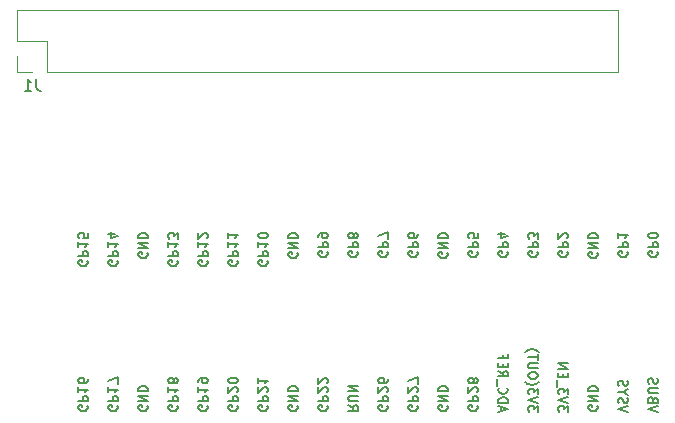
<source format=gbr>
G04 #@! TF.GenerationSoftware,KiCad,Pcbnew,9.0.1-1.fc42*
G04 #@! TF.CreationDate,2025-05-14T23:47:02-05:00*
G04 #@! TF.ProjectId,cerebellum,63657265-6265-46c6-9c75-6d2e6b696361,rev?*
G04 #@! TF.SameCoordinates,Original*
G04 #@! TF.FileFunction,Legend,Bot*
G04 #@! TF.FilePolarity,Positive*
%FSLAX46Y46*%
G04 Gerber Fmt 4.6, Leading zero omitted, Abs format (unit mm)*
G04 Created by KiCad (PCBNEW 9.0.1-1.fc42) date 2025-05-14 23:47:02*
%MOMM*%
%LPD*%
G01*
G04 APERTURE LIST*
%ADD10C,0.150000*%
%ADD11C,0.120000*%
G04 APERTURE END LIST*
D10*
X123174609Y-78391792D02*
X123212704Y-78467982D01*
X123212704Y-78467982D02*
X123212704Y-78582268D01*
X123212704Y-78582268D02*
X123174609Y-78696554D01*
X123174609Y-78696554D02*
X123098419Y-78772744D01*
X123098419Y-78772744D02*
X123022228Y-78810839D01*
X123022228Y-78810839D02*
X122869847Y-78848935D01*
X122869847Y-78848935D02*
X122755561Y-78848935D01*
X122755561Y-78848935D02*
X122603180Y-78810839D01*
X122603180Y-78810839D02*
X122526990Y-78772744D01*
X122526990Y-78772744D02*
X122450800Y-78696554D01*
X122450800Y-78696554D02*
X122412704Y-78582268D01*
X122412704Y-78582268D02*
X122412704Y-78506077D01*
X122412704Y-78506077D02*
X122450800Y-78391792D01*
X122450800Y-78391792D02*
X122488895Y-78353696D01*
X122488895Y-78353696D02*
X122755561Y-78353696D01*
X122755561Y-78353696D02*
X122755561Y-78506077D01*
X122412704Y-78010839D02*
X123212704Y-78010839D01*
X123212704Y-78010839D02*
X123212704Y-77706077D01*
X123212704Y-77706077D02*
X123174609Y-77629887D01*
X123174609Y-77629887D02*
X123136514Y-77591792D01*
X123136514Y-77591792D02*
X123060323Y-77553696D01*
X123060323Y-77553696D02*
X122946038Y-77553696D01*
X122946038Y-77553696D02*
X122869847Y-77591792D01*
X122869847Y-77591792D02*
X122831752Y-77629887D01*
X122831752Y-77629887D02*
X122793657Y-77706077D01*
X122793657Y-77706077D02*
X122793657Y-78010839D01*
X122412704Y-76791792D02*
X122412704Y-77248935D01*
X122412704Y-77020363D02*
X123212704Y-77020363D01*
X123212704Y-77020363D02*
X123098419Y-77096554D01*
X123098419Y-77096554D02*
X123022228Y-77172744D01*
X123022228Y-77172744D02*
X122984133Y-77248935D01*
X122412704Y-76410839D02*
X122412704Y-76258458D01*
X122412704Y-76258458D02*
X122450800Y-76182268D01*
X122450800Y-76182268D02*
X122488895Y-76144172D01*
X122488895Y-76144172D02*
X122603180Y-76067982D01*
X122603180Y-76067982D02*
X122755561Y-76029887D01*
X122755561Y-76029887D02*
X123060323Y-76029887D01*
X123060323Y-76029887D02*
X123136514Y-76067982D01*
X123136514Y-76067982D02*
X123174609Y-76106077D01*
X123174609Y-76106077D02*
X123212704Y-76182268D01*
X123212704Y-76182268D02*
X123212704Y-76334649D01*
X123212704Y-76334649D02*
X123174609Y-76410839D01*
X123174609Y-76410839D02*
X123136514Y-76448934D01*
X123136514Y-76448934D02*
X123060323Y-76487030D01*
X123060323Y-76487030D02*
X122869847Y-76487030D01*
X122869847Y-76487030D02*
X122793657Y-76448934D01*
X122793657Y-76448934D02*
X122755561Y-76410839D01*
X122755561Y-76410839D02*
X122717466Y-76334649D01*
X122717466Y-76334649D02*
X122717466Y-76182268D01*
X122717466Y-76182268D02*
X122755561Y-76106077D01*
X122755561Y-76106077D02*
X122793657Y-76067982D01*
X122793657Y-76067982D02*
X122869847Y-76029887D01*
X120634609Y-78391792D02*
X120672704Y-78467982D01*
X120672704Y-78467982D02*
X120672704Y-78582268D01*
X120672704Y-78582268D02*
X120634609Y-78696554D01*
X120634609Y-78696554D02*
X120558419Y-78772744D01*
X120558419Y-78772744D02*
X120482228Y-78810839D01*
X120482228Y-78810839D02*
X120329847Y-78848935D01*
X120329847Y-78848935D02*
X120215561Y-78848935D01*
X120215561Y-78848935D02*
X120063180Y-78810839D01*
X120063180Y-78810839D02*
X119986990Y-78772744D01*
X119986990Y-78772744D02*
X119910800Y-78696554D01*
X119910800Y-78696554D02*
X119872704Y-78582268D01*
X119872704Y-78582268D02*
X119872704Y-78506077D01*
X119872704Y-78506077D02*
X119910800Y-78391792D01*
X119910800Y-78391792D02*
X119948895Y-78353696D01*
X119948895Y-78353696D02*
X120215561Y-78353696D01*
X120215561Y-78353696D02*
X120215561Y-78506077D01*
X119872704Y-78010839D02*
X120672704Y-78010839D01*
X120672704Y-78010839D02*
X120672704Y-77706077D01*
X120672704Y-77706077D02*
X120634609Y-77629887D01*
X120634609Y-77629887D02*
X120596514Y-77591792D01*
X120596514Y-77591792D02*
X120520323Y-77553696D01*
X120520323Y-77553696D02*
X120406038Y-77553696D01*
X120406038Y-77553696D02*
X120329847Y-77591792D01*
X120329847Y-77591792D02*
X120291752Y-77629887D01*
X120291752Y-77629887D02*
X120253657Y-77706077D01*
X120253657Y-77706077D02*
X120253657Y-78010839D01*
X119872704Y-76791792D02*
X119872704Y-77248935D01*
X119872704Y-77020363D02*
X120672704Y-77020363D01*
X120672704Y-77020363D02*
X120558419Y-77096554D01*
X120558419Y-77096554D02*
X120482228Y-77172744D01*
X120482228Y-77172744D02*
X120444133Y-77248935D01*
X120329847Y-76334649D02*
X120367942Y-76410839D01*
X120367942Y-76410839D02*
X120406038Y-76448934D01*
X120406038Y-76448934D02*
X120482228Y-76487030D01*
X120482228Y-76487030D02*
X120520323Y-76487030D01*
X120520323Y-76487030D02*
X120596514Y-76448934D01*
X120596514Y-76448934D02*
X120634609Y-76410839D01*
X120634609Y-76410839D02*
X120672704Y-76334649D01*
X120672704Y-76334649D02*
X120672704Y-76182268D01*
X120672704Y-76182268D02*
X120634609Y-76106077D01*
X120634609Y-76106077D02*
X120596514Y-76067982D01*
X120596514Y-76067982D02*
X120520323Y-76029887D01*
X120520323Y-76029887D02*
X120482228Y-76029887D01*
X120482228Y-76029887D02*
X120406038Y-76067982D01*
X120406038Y-76067982D02*
X120367942Y-76106077D01*
X120367942Y-76106077D02*
X120329847Y-76182268D01*
X120329847Y-76182268D02*
X120329847Y-76334649D01*
X120329847Y-76334649D02*
X120291752Y-76410839D01*
X120291752Y-76410839D02*
X120253657Y-76448934D01*
X120253657Y-76448934D02*
X120177466Y-76487030D01*
X120177466Y-76487030D02*
X120025085Y-76487030D01*
X120025085Y-76487030D02*
X119948895Y-76448934D01*
X119948895Y-76448934D02*
X119910800Y-76410839D01*
X119910800Y-76410839D02*
X119872704Y-76334649D01*
X119872704Y-76334649D02*
X119872704Y-76182268D01*
X119872704Y-76182268D02*
X119910800Y-76106077D01*
X119910800Y-76106077D02*
X119948895Y-76067982D01*
X119948895Y-76067982D02*
X120025085Y-76029887D01*
X120025085Y-76029887D02*
X120177466Y-76029887D01*
X120177466Y-76029887D02*
X120253657Y-76067982D01*
X120253657Y-76067982D02*
X120291752Y-76106077D01*
X120291752Y-76106077D02*
X120329847Y-76182268D01*
X123174609Y-66112970D02*
X123212704Y-66189160D01*
X123212704Y-66189160D02*
X123212704Y-66303446D01*
X123212704Y-66303446D02*
X123174609Y-66417732D01*
X123174609Y-66417732D02*
X123098419Y-66493922D01*
X123098419Y-66493922D02*
X123022228Y-66532017D01*
X123022228Y-66532017D02*
X122869847Y-66570113D01*
X122869847Y-66570113D02*
X122755561Y-66570113D01*
X122755561Y-66570113D02*
X122603180Y-66532017D01*
X122603180Y-66532017D02*
X122526990Y-66493922D01*
X122526990Y-66493922D02*
X122450800Y-66417732D01*
X122450800Y-66417732D02*
X122412704Y-66303446D01*
X122412704Y-66303446D02*
X122412704Y-66227255D01*
X122412704Y-66227255D02*
X122450800Y-66112970D01*
X122450800Y-66112970D02*
X122488895Y-66074874D01*
X122488895Y-66074874D02*
X122755561Y-66074874D01*
X122755561Y-66074874D02*
X122755561Y-66227255D01*
X122412704Y-65732017D02*
X123212704Y-65732017D01*
X123212704Y-65732017D02*
X123212704Y-65427255D01*
X123212704Y-65427255D02*
X123174609Y-65351065D01*
X123174609Y-65351065D02*
X123136514Y-65312970D01*
X123136514Y-65312970D02*
X123060323Y-65274874D01*
X123060323Y-65274874D02*
X122946038Y-65274874D01*
X122946038Y-65274874D02*
X122869847Y-65312970D01*
X122869847Y-65312970D02*
X122831752Y-65351065D01*
X122831752Y-65351065D02*
X122793657Y-65427255D01*
X122793657Y-65427255D02*
X122793657Y-65732017D01*
X122412704Y-64512970D02*
X122412704Y-64970113D01*
X122412704Y-64741541D02*
X123212704Y-64741541D01*
X123212704Y-64741541D02*
X123098419Y-64817732D01*
X123098419Y-64817732D02*
X123022228Y-64893922D01*
X123022228Y-64893922D02*
X122984133Y-64970113D01*
X123136514Y-64208208D02*
X123174609Y-64170112D01*
X123174609Y-64170112D02*
X123212704Y-64093922D01*
X123212704Y-64093922D02*
X123212704Y-63903446D01*
X123212704Y-63903446D02*
X123174609Y-63827255D01*
X123174609Y-63827255D02*
X123136514Y-63789160D01*
X123136514Y-63789160D02*
X123060323Y-63751065D01*
X123060323Y-63751065D02*
X122984133Y-63751065D01*
X122984133Y-63751065D02*
X122869847Y-63789160D01*
X122869847Y-63789160D02*
X122412704Y-64246303D01*
X122412704Y-64246303D02*
X122412704Y-63751065D01*
X143494609Y-78391792D02*
X143532704Y-78467982D01*
X143532704Y-78467982D02*
X143532704Y-78582268D01*
X143532704Y-78582268D02*
X143494609Y-78696554D01*
X143494609Y-78696554D02*
X143418419Y-78772744D01*
X143418419Y-78772744D02*
X143342228Y-78810839D01*
X143342228Y-78810839D02*
X143189847Y-78848935D01*
X143189847Y-78848935D02*
X143075561Y-78848935D01*
X143075561Y-78848935D02*
X142923180Y-78810839D01*
X142923180Y-78810839D02*
X142846990Y-78772744D01*
X142846990Y-78772744D02*
X142770800Y-78696554D01*
X142770800Y-78696554D02*
X142732704Y-78582268D01*
X142732704Y-78582268D02*
X142732704Y-78506077D01*
X142732704Y-78506077D02*
X142770800Y-78391792D01*
X142770800Y-78391792D02*
X142808895Y-78353696D01*
X142808895Y-78353696D02*
X143075561Y-78353696D01*
X143075561Y-78353696D02*
X143075561Y-78506077D01*
X142732704Y-78010839D02*
X143532704Y-78010839D01*
X143532704Y-78010839D02*
X142732704Y-77553696D01*
X142732704Y-77553696D02*
X143532704Y-77553696D01*
X142732704Y-77172744D02*
X143532704Y-77172744D01*
X143532704Y-77172744D02*
X143532704Y-76982268D01*
X143532704Y-76982268D02*
X143494609Y-76867982D01*
X143494609Y-76867982D02*
X143418419Y-76791792D01*
X143418419Y-76791792D02*
X143342228Y-76753697D01*
X143342228Y-76753697D02*
X143189847Y-76715601D01*
X143189847Y-76715601D02*
X143075561Y-76715601D01*
X143075561Y-76715601D02*
X142923180Y-76753697D01*
X142923180Y-76753697D02*
X142846990Y-76791792D01*
X142846990Y-76791792D02*
X142770800Y-76867982D01*
X142770800Y-76867982D02*
X142732704Y-76982268D01*
X142732704Y-76982268D02*
X142732704Y-77172744D01*
X148041276Y-78848935D02*
X148041276Y-78467982D01*
X147812704Y-78925125D02*
X148612704Y-78658458D01*
X148612704Y-78658458D02*
X147812704Y-78391792D01*
X147812704Y-78125125D02*
X148612704Y-78125125D01*
X148612704Y-78125125D02*
X148612704Y-77934649D01*
X148612704Y-77934649D02*
X148574609Y-77820363D01*
X148574609Y-77820363D02*
X148498419Y-77744173D01*
X148498419Y-77744173D02*
X148422228Y-77706078D01*
X148422228Y-77706078D02*
X148269847Y-77667982D01*
X148269847Y-77667982D02*
X148155561Y-77667982D01*
X148155561Y-77667982D02*
X148003180Y-77706078D01*
X148003180Y-77706078D02*
X147926990Y-77744173D01*
X147926990Y-77744173D02*
X147850800Y-77820363D01*
X147850800Y-77820363D02*
X147812704Y-77934649D01*
X147812704Y-77934649D02*
X147812704Y-78125125D01*
X147888895Y-76867982D02*
X147850800Y-76906078D01*
X147850800Y-76906078D02*
X147812704Y-77020363D01*
X147812704Y-77020363D02*
X147812704Y-77096554D01*
X147812704Y-77096554D02*
X147850800Y-77210840D01*
X147850800Y-77210840D02*
X147926990Y-77287030D01*
X147926990Y-77287030D02*
X148003180Y-77325125D01*
X148003180Y-77325125D02*
X148155561Y-77363221D01*
X148155561Y-77363221D02*
X148269847Y-77363221D01*
X148269847Y-77363221D02*
X148422228Y-77325125D01*
X148422228Y-77325125D02*
X148498419Y-77287030D01*
X148498419Y-77287030D02*
X148574609Y-77210840D01*
X148574609Y-77210840D02*
X148612704Y-77096554D01*
X148612704Y-77096554D02*
X148612704Y-77020363D01*
X148612704Y-77020363D02*
X148574609Y-76906078D01*
X148574609Y-76906078D02*
X148536514Y-76867982D01*
X147736514Y-76715602D02*
X147736514Y-76106078D01*
X147812704Y-75458458D02*
X148193657Y-75725125D01*
X147812704Y-75915601D02*
X148612704Y-75915601D01*
X148612704Y-75915601D02*
X148612704Y-75610839D01*
X148612704Y-75610839D02*
X148574609Y-75534649D01*
X148574609Y-75534649D02*
X148536514Y-75496554D01*
X148536514Y-75496554D02*
X148460323Y-75458458D01*
X148460323Y-75458458D02*
X148346038Y-75458458D01*
X148346038Y-75458458D02*
X148269847Y-75496554D01*
X148269847Y-75496554D02*
X148231752Y-75534649D01*
X148231752Y-75534649D02*
X148193657Y-75610839D01*
X148193657Y-75610839D02*
X148193657Y-75915601D01*
X148231752Y-75115601D02*
X148231752Y-74848935D01*
X147812704Y-74734649D02*
X147812704Y-75115601D01*
X147812704Y-75115601D02*
X148612704Y-75115601D01*
X148612704Y-75115601D02*
X148612704Y-74734649D01*
X148231752Y-74125125D02*
X148231752Y-74391791D01*
X147812704Y-74391791D02*
X148612704Y-74391791D01*
X148612704Y-74391791D02*
X148612704Y-74010839D01*
X161312704Y-78925125D02*
X160512704Y-78658458D01*
X160512704Y-78658458D02*
X161312704Y-78391792D01*
X160931752Y-77858459D02*
X160893657Y-77744173D01*
X160893657Y-77744173D02*
X160855561Y-77706078D01*
X160855561Y-77706078D02*
X160779371Y-77667982D01*
X160779371Y-77667982D02*
X160665085Y-77667982D01*
X160665085Y-77667982D02*
X160588895Y-77706078D01*
X160588895Y-77706078D02*
X160550800Y-77744173D01*
X160550800Y-77744173D02*
X160512704Y-77820363D01*
X160512704Y-77820363D02*
X160512704Y-78125125D01*
X160512704Y-78125125D02*
X161312704Y-78125125D01*
X161312704Y-78125125D02*
X161312704Y-77858459D01*
X161312704Y-77858459D02*
X161274609Y-77782268D01*
X161274609Y-77782268D02*
X161236514Y-77744173D01*
X161236514Y-77744173D02*
X161160323Y-77706078D01*
X161160323Y-77706078D02*
X161084133Y-77706078D01*
X161084133Y-77706078D02*
X161007942Y-77744173D01*
X161007942Y-77744173D02*
X160969847Y-77782268D01*
X160969847Y-77782268D02*
X160931752Y-77858459D01*
X160931752Y-77858459D02*
X160931752Y-78125125D01*
X161312704Y-77325125D02*
X160665085Y-77325125D01*
X160665085Y-77325125D02*
X160588895Y-77287030D01*
X160588895Y-77287030D02*
X160550800Y-77248935D01*
X160550800Y-77248935D02*
X160512704Y-77172744D01*
X160512704Y-77172744D02*
X160512704Y-77020363D01*
X160512704Y-77020363D02*
X160550800Y-76944173D01*
X160550800Y-76944173D02*
X160588895Y-76906078D01*
X160588895Y-76906078D02*
X160665085Y-76867982D01*
X160665085Y-76867982D02*
X161312704Y-76867982D01*
X160550800Y-76525126D02*
X160512704Y-76410840D01*
X160512704Y-76410840D02*
X160512704Y-76220364D01*
X160512704Y-76220364D02*
X160550800Y-76144173D01*
X160550800Y-76144173D02*
X160588895Y-76106078D01*
X160588895Y-76106078D02*
X160665085Y-76067983D01*
X160665085Y-76067983D02*
X160741276Y-76067983D01*
X160741276Y-76067983D02*
X160817466Y-76106078D01*
X160817466Y-76106078D02*
X160855561Y-76144173D01*
X160855561Y-76144173D02*
X160893657Y-76220364D01*
X160893657Y-76220364D02*
X160931752Y-76372745D01*
X160931752Y-76372745D02*
X160969847Y-76448935D01*
X160969847Y-76448935D02*
X161007942Y-76487030D01*
X161007942Y-76487030D02*
X161084133Y-76525126D01*
X161084133Y-76525126D02*
X161160323Y-76525126D01*
X161160323Y-76525126D02*
X161236514Y-76487030D01*
X161236514Y-76487030D02*
X161274609Y-76448935D01*
X161274609Y-76448935D02*
X161312704Y-76372745D01*
X161312704Y-76372745D02*
X161312704Y-76182268D01*
X161312704Y-76182268D02*
X161274609Y-76067983D01*
X158734609Y-65351065D02*
X158772704Y-65427255D01*
X158772704Y-65427255D02*
X158772704Y-65541541D01*
X158772704Y-65541541D02*
X158734609Y-65655827D01*
X158734609Y-65655827D02*
X158658419Y-65732017D01*
X158658419Y-65732017D02*
X158582228Y-65770112D01*
X158582228Y-65770112D02*
X158429847Y-65808208D01*
X158429847Y-65808208D02*
X158315561Y-65808208D01*
X158315561Y-65808208D02*
X158163180Y-65770112D01*
X158163180Y-65770112D02*
X158086990Y-65732017D01*
X158086990Y-65732017D02*
X158010800Y-65655827D01*
X158010800Y-65655827D02*
X157972704Y-65541541D01*
X157972704Y-65541541D02*
X157972704Y-65465350D01*
X157972704Y-65465350D02*
X158010800Y-65351065D01*
X158010800Y-65351065D02*
X158048895Y-65312969D01*
X158048895Y-65312969D02*
X158315561Y-65312969D01*
X158315561Y-65312969D02*
X158315561Y-65465350D01*
X157972704Y-64970112D02*
X158772704Y-64970112D01*
X158772704Y-64970112D02*
X158772704Y-64665350D01*
X158772704Y-64665350D02*
X158734609Y-64589160D01*
X158734609Y-64589160D02*
X158696514Y-64551065D01*
X158696514Y-64551065D02*
X158620323Y-64512969D01*
X158620323Y-64512969D02*
X158506038Y-64512969D01*
X158506038Y-64512969D02*
X158429847Y-64551065D01*
X158429847Y-64551065D02*
X158391752Y-64589160D01*
X158391752Y-64589160D02*
X158353657Y-64665350D01*
X158353657Y-64665350D02*
X158353657Y-64970112D01*
X157972704Y-63751065D02*
X157972704Y-64208208D01*
X157972704Y-63979636D02*
X158772704Y-63979636D01*
X158772704Y-63979636D02*
X158658419Y-64055827D01*
X158658419Y-64055827D02*
X158582228Y-64132017D01*
X158582228Y-64132017D02*
X158544133Y-64208208D01*
X115554609Y-78391792D02*
X115592704Y-78467982D01*
X115592704Y-78467982D02*
X115592704Y-78582268D01*
X115592704Y-78582268D02*
X115554609Y-78696554D01*
X115554609Y-78696554D02*
X115478419Y-78772744D01*
X115478419Y-78772744D02*
X115402228Y-78810839D01*
X115402228Y-78810839D02*
X115249847Y-78848935D01*
X115249847Y-78848935D02*
X115135561Y-78848935D01*
X115135561Y-78848935D02*
X114983180Y-78810839D01*
X114983180Y-78810839D02*
X114906990Y-78772744D01*
X114906990Y-78772744D02*
X114830800Y-78696554D01*
X114830800Y-78696554D02*
X114792704Y-78582268D01*
X114792704Y-78582268D02*
X114792704Y-78506077D01*
X114792704Y-78506077D02*
X114830800Y-78391792D01*
X114830800Y-78391792D02*
X114868895Y-78353696D01*
X114868895Y-78353696D02*
X115135561Y-78353696D01*
X115135561Y-78353696D02*
X115135561Y-78506077D01*
X114792704Y-78010839D02*
X115592704Y-78010839D01*
X115592704Y-78010839D02*
X115592704Y-77706077D01*
X115592704Y-77706077D02*
X115554609Y-77629887D01*
X115554609Y-77629887D02*
X115516514Y-77591792D01*
X115516514Y-77591792D02*
X115440323Y-77553696D01*
X115440323Y-77553696D02*
X115326038Y-77553696D01*
X115326038Y-77553696D02*
X115249847Y-77591792D01*
X115249847Y-77591792D02*
X115211752Y-77629887D01*
X115211752Y-77629887D02*
X115173657Y-77706077D01*
X115173657Y-77706077D02*
X115173657Y-78010839D01*
X114792704Y-76791792D02*
X114792704Y-77248935D01*
X114792704Y-77020363D02*
X115592704Y-77020363D01*
X115592704Y-77020363D02*
X115478419Y-77096554D01*
X115478419Y-77096554D02*
X115402228Y-77172744D01*
X115402228Y-77172744D02*
X115364133Y-77248935D01*
X115592704Y-76525125D02*
X115592704Y-75991791D01*
X115592704Y-75991791D02*
X114792704Y-76334649D01*
X120634609Y-66112970D02*
X120672704Y-66189160D01*
X120672704Y-66189160D02*
X120672704Y-66303446D01*
X120672704Y-66303446D02*
X120634609Y-66417732D01*
X120634609Y-66417732D02*
X120558419Y-66493922D01*
X120558419Y-66493922D02*
X120482228Y-66532017D01*
X120482228Y-66532017D02*
X120329847Y-66570113D01*
X120329847Y-66570113D02*
X120215561Y-66570113D01*
X120215561Y-66570113D02*
X120063180Y-66532017D01*
X120063180Y-66532017D02*
X119986990Y-66493922D01*
X119986990Y-66493922D02*
X119910800Y-66417732D01*
X119910800Y-66417732D02*
X119872704Y-66303446D01*
X119872704Y-66303446D02*
X119872704Y-66227255D01*
X119872704Y-66227255D02*
X119910800Y-66112970D01*
X119910800Y-66112970D02*
X119948895Y-66074874D01*
X119948895Y-66074874D02*
X120215561Y-66074874D01*
X120215561Y-66074874D02*
X120215561Y-66227255D01*
X119872704Y-65732017D02*
X120672704Y-65732017D01*
X120672704Y-65732017D02*
X120672704Y-65427255D01*
X120672704Y-65427255D02*
X120634609Y-65351065D01*
X120634609Y-65351065D02*
X120596514Y-65312970D01*
X120596514Y-65312970D02*
X120520323Y-65274874D01*
X120520323Y-65274874D02*
X120406038Y-65274874D01*
X120406038Y-65274874D02*
X120329847Y-65312970D01*
X120329847Y-65312970D02*
X120291752Y-65351065D01*
X120291752Y-65351065D02*
X120253657Y-65427255D01*
X120253657Y-65427255D02*
X120253657Y-65732017D01*
X119872704Y-64512970D02*
X119872704Y-64970113D01*
X119872704Y-64741541D02*
X120672704Y-64741541D01*
X120672704Y-64741541D02*
X120558419Y-64817732D01*
X120558419Y-64817732D02*
X120482228Y-64893922D01*
X120482228Y-64893922D02*
X120444133Y-64970113D01*
X120672704Y-64246303D02*
X120672704Y-63751065D01*
X120672704Y-63751065D02*
X120367942Y-64017731D01*
X120367942Y-64017731D02*
X120367942Y-63903446D01*
X120367942Y-63903446D02*
X120329847Y-63827255D01*
X120329847Y-63827255D02*
X120291752Y-63789160D01*
X120291752Y-63789160D02*
X120215561Y-63751065D01*
X120215561Y-63751065D02*
X120025085Y-63751065D01*
X120025085Y-63751065D02*
X119948895Y-63789160D01*
X119948895Y-63789160D02*
X119910800Y-63827255D01*
X119910800Y-63827255D02*
X119872704Y-63903446D01*
X119872704Y-63903446D02*
X119872704Y-64132017D01*
X119872704Y-64132017D02*
X119910800Y-64208208D01*
X119910800Y-64208208D02*
X119948895Y-64246303D01*
X140954609Y-65351065D02*
X140992704Y-65427255D01*
X140992704Y-65427255D02*
X140992704Y-65541541D01*
X140992704Y-65541541D02*
X140954609Y-65655827D01*
X140954609Y-65655827D02*
X140878419Y-65732017D01*
X140878419Y-65732017D02*
X140802228Y-65770112D01*
X140802228Y-65770112D02*
X140649847Y-65808208D01*
X140649847Y-65808208D02*
X140535561Y-65808208D01*
X140535561Y-65808208D02*
X140383180Y-65770112D01*
X140383180Y-65770112D02*
X140306990Y-65732017D01*
X140306990Y-65732017D02*
X140230800Y-65655827D01*
X140230800Y-65655827D02*
X140192704Y-65541541D01*
X140192704Y-65541541D02*
X140192704Y-65465350D01*
X140192704Y-65465350D02*
X140230800Y-65351065D01*
X140230800Y-65351065D02*
X140268895Y-65312969D01*
X140268895Y-65312969D02*
X140535561Y-65312969D01*
X140535561Y-65312969D02*
X140535561Y-65465350D01*
X140192704Y-64970112D02*
X140992704Y-64970112D01*
X140992704Y-64970112D02*
X140992704Y-64665350D01*
X140992704Y-64665350D02*
X140954609Y-64589160D01*
X140954609Y-64589160D02*
X140916514Y-64551065D01*
X140916514Y-64551065D02*
X140840323Y-64512969D01*
X140840323Y-64512969D02*
X140726038Y-64512969D01*
X140726038Y-64512969D02*
X140649847Y-64551065D01*
X140649847Y-64551065D02*
X140611752Y-64589160D01*
X140611752Y-64589160D02*
X140573657Y-64665350D01*
X140573657Y-64665350D02*
X140573657Y-64970112D01*
X140992704Y-63827255D02*
X140992704Y-63979636D01*
X140992704Y-63979636D02*
X140954609Y-64055827D01*
X140954609Y-64055827D02*
X140916514Y-64093922D01*
X140916514Y-64093922D02*
X140802228Y-64170112D01*
X140802228Y-64170112D02*
X140649847Y-64208208D01*
X140649847Y-64208208D02*
X140345085Y-64208208D01*
X140345085Y-64208208D02*
X140268895Y-64170112D01*
X140268895Y-64170112D02*
X140230800Y-64132017D01*
X140230800Y-64132017D02*
X140192704Y-64055827D01*
X140192704Y-64055827D02*
X140192704Y-63903446D01*
X140192704Y-63903446D02*
X140230800Y-63827255D01*
X140230800Y-63827255D02*
X140268895Y-63789160D01*
X140268895Y-63789160D02*
X140345085Y-63751065D01*
X140345085Y-63751065D02*
X140535561Y-63751065D01*
X140535561Y-63751065D02*
X140611752Y-63789160D01*
X140611752Y-63789160D02*
X140649847Y-63827255D01*
X140649847Y-63827255D02*
X140687942Y-63903446D01*
X140687942Y-63903446D02*
X140687942Y-64055827D01*
X140687942Y-64055827D02*
X140649847Y-64132017D01*
X140649847Y-64132017D02*
X140611752Y-64170112D01*
X140611752Y-64170112D02*
X140535561Y-64208208D01*
X146034609Y-65351065D02*
X146072704Y-65427255D01*
X146072704Y-65427255D02*
X146072704Y-65541541D01*
X146072704Y-65541541D02*
X146034609Y-65655827D01*
X146034609Y-65655827D02*
X145958419Y-65732017D01*
X145958419Y-65732017D02*
X145882228Y-65770112D01*
X145882228Y-65770112D02*
X145729847Y-65808208D01*
X145729847Y-65808208D02*
X145615561Y-65808208D01*
X145615561Y-65808208D02*
X145463180Y-65770112D01*
X145463180Y-65770112D02*
X145386990Y-65732017D01*
X145386990Y-65732017D02*
X145310800Y-65655827D01*
X145310800Y-65655827D02*
X145272704Y-65541541D01*
X145272704Y-65541541D02*
X145272704Y-65465350D01*
X145272704Y-65465350D02*
X145310800Y-65351065D01*
X145310800Y-65351065D02*
X145348895Y-65312969D01*
X145348895Y-65312969D02*
X145615561Y-65312969D01*
X145615561Y-65312969D02*
X145615561Y-65465350D01*
X145272704Y-64970112D02*
X146072704Y-64970112D01*
X146072704Y-64970112D02*
X146072704Y-64665350D01*
X146072704Y-64665350D02*
X146034609Y-64589160D01*
X146034609Y-64589160D02*
X145996514Y-64551065D01*
X145996514Y-64551065D02*
X145920323Y-64512969D01*
X145920323Y-64512969D02*
X145806038Y-64512969D01*
X145806038Y-64512969D02*
X145729847Y-64551065D01*
X145729847Y-64551065D02*
X145691752Y-64589160D01*
X145691752Y-64589160D02*
X145653657Y-64665350D01*
X145653657Y-64665350D02*
X145653657Y-64970112D01*
X146072704Y-63789160D02*
X146072704Y-64170112D01*
X146072704Y-64170112D02*
X145691752Y-64208208D01*
X145691752Y-64208208D02*
X145729847Y-64170112D01*
X145729847Y-64170112D02*
X145767942Y-64093922D01*
X145767942Y-64093922D02*
X145767942Y-63903446D01*
X145767942Y-63903446D02*
X145729847Y-63827255D01*
X145729847Y-63827255D02*
X145691752Y-63789160D01*
X145691752Y-63789160D02*
X145615561Y-63751065D01*
X145615561Y-63751065D02*
X145425085Y-63751065D01*
X145425085Y-63751065D02*
X145348895Y-63789160D01*
X145348895Y-63789160D02*
X145310800Y-63827255D01*
X145310800Y-63827255D02*
X145272704Y-63903446D01*
X145272704Y-63903446D02*
X145272704Y-64093922D01*
X145272704Y-64093922D02*
X145310800Y-64170112D01*
X145310800Y-64170112D02*
X145348895Y-64208208D01*
X115554609Y-66112970D02*
X115592704Y-66189160D01*
X115592704Y-66189160D02*
X115592704Y-66303446D01*
X115592704Y-66303446D02*
X115554609Y-66417732D01*
X115554609Y-66417732D02*
X115478419Y-66493922D01*
X115478419Y-66493922D02*
X115402228Y-66532017D01*
X115402228Y-66532017D02*
X115249847Y-66570113D01*
X115249847Y-66570113D02*
X115135561Y-66570113D01*
X115135561Y-66570113D02*
X114983180Y-66532017D01*
X114983180Y-66532017D02*
X114906990Y-66493922D01*
X114906990Y-66493922D02*
X114830800Y-66417732D01*
X114830800Y-66417732D02*
X114792704Y-66303446D01*
X114792704Y-66303446D02*
X114792704Y-66227255D01*
X114792704Y-66227255D02*
X114830800Y-66112970D01*
X114830800Y-66112970D02*
X114868895Y-66074874D01*
X114868895Y-66074874D02*
X115135561Y-66074874D01*
X115135561Y-66074874D02*
X115135561Y-66227255D01*
X114792704Y-65732017D02*
X115592704Y-65732017D01*
X115592704Y-65732017D02*
X115592704Y-65427255D01*
X115592704Y-65427255D02*
X115554609Y-65351065D01*
X115554609Y-65351065D02*
X115516514Y-65312970D01*
X115516514Y-65312970D02*
X115440323Y-65274874D01*
X115440323Y-65274874D02*
X115326038Y-65274874D01*
X115326038Y-65274874D02*
X115249847Y-65312970D01*
X115249847Y-65312970D02*
X115211752Y-65351065D01*
X115211752Y-65351065D02*
X115173657Y-65427255D01*
X115173657Y-65427255D02*
X115173657Y-65732017D01*
X114792704Y-64512970D02*
X114792704Y-64970113D01*
X114792704Y-64741541D02*
X115592704Y-64741541D01*
X115592704Y-64741541D02*
X115478419Y-64817732D01*
X115478419Y-64817732D02*
X115402228Y-64893922D01*
X115402228Y-64893922D02*
X115364133Y-64970113D01*
X115326038Y-63827255D02*
X114792704Y-63827255D01*
X115630800Y-64017731D02*
X115059371Y-64208208D01*
X115059371Y-64208208D02*
X115059371Y-63712969D01*
X135874609Y-65351065D02*
X135912704Y-65427255D01*
X135912704Y-65427255D02*
X135912704Y-65541541D01*
X135912704Y-65541541D02*
X135874609Y-65655827D01*
X135874609Y-65655827D02*
X135798419Y-65732017D01*
X135798419Y-65732017D02*
X135722228Y-65770112D01*
X135722228Y-65770112D02*
X135569847Y-65808208D01*
X135569847Y-65808208D02*
X135455561Y-65808208D01*
X135455561Y-65808208D02*
X135303180Y-65770112D01*
X135303180Y-65770112D02*
X135226990Y-65732017D01*
X135226990Y-65732017D02*
X135150800Y-65655827D01*
X135150800Y-65655827D02*
X135112704Y-65541541D01*
X135112704Y-65541541D02*
X135112704Y-65465350D01*
X135112704Y-65465350D02*
X135150800Y-65351065D01*
X135150800Y-65351065D02*
X135188895Y-65312969D01*
X135188895Y-65312969D02*
X135455561Y-65312969D01*
X135455561Y-65312969D02*
X135455561Y-65465350D01*
X135112704Y-64970112D02*
X135912704Y-64970112D01*
X135912704Y-64970112D02*
X135912704Y-64665350D01*
X135912704Y-64665350D02*
X135874609Y-64589160D01*
X135874609Y-64589160D02*
X135836514Y-64551065D01*
X135836514Y-64551065D02*
X135760323Y-64512969D01*
X135760323Y-64512969D02*
X135646038Y-64512969D01*
X135646038Y-64512969D02*
X135569847Y-64551065D01*
X135569847Y-64551065D02*
X135531752Y-64589160D01*
X135531752Y-64589160D02*
X135493657Y-64665350D01*
X135493657Y-64665350D02*
X135493657Y-64970112D01*
X135569847Y-64055827D02*
X135607942Y-64132017D01*
X135607942Y-64132017D02*
X135646038Y-64170112D01*
X135646038Y-64170112D02*
X135722228Y-64208208D01*
X135722228Y-64208208D02*
X135760323Y-64208208D01*
X135760323Y-64208208D02*
X135836514Y-64170112D01*
X135836514Y-64170112D02*
X135874609Y-64132017D01*
X135874609Y-64132017D02*
X135912704Y-64055827D01*
X135912704Y-64055827D02*
X135912704Y-63903446D01*
X135912704Y-63903446D02*
X135874609Y-63827255D01*
X135874609Y-63827255D02*
X135836514Y-63789160D01*
X135836514Y-63789160D02*
X135760323Y-63751065D01*
X135760323Y-63751065D02*
X135722228Y-63751065D01*
X135722228Y-63751065D02*
X135646038Y-63789160D01*
X135646038Y-63789160D02*
X135607942Y-63827255D01*
X135607942Y-63827255D02*
X135569847Y-63903446D01*
X135569847Y-63903446D02*
X135569847Y-64055827D01*
X135569847Y-64055827D02*
X135531752Y-64132017D01*
X135531752Y-64132017D02*
X135493657Y-64170112D01*
X135493657Y-64170112D02*
X135417466Y-64208208D01*
X135417466Y-64208208D02*
X135265085Y-64208208D01*
X135265085Y-64208208D02*
X135188895Y-64170112D01*
X135188895Y-64170112D02*
X135150800Y-64132017D01*
X135150800Y-64132017D02*
X135112704Y-64055827D01*
X135112704Y-64055827D02*
X135112704Y-63903446D01*
X135112704Y-63903446D02*
X135150800Y-63827255D01*
X135150800Y-63827255D02*
X135188895Y-63789160D01*
X135188895Y-63789160D02*
X135265085Y-63751065D01*
X135265085Y-63751065D02*
X135417466Y-63751065D01*
X135417466Y-63751065D02*
X135493657Y-63789160D01*
X135493657Y-63789160D02*
X135531752Y-63827255D01*
X135531752Y-63827255D02*
X135569847Y-63903446D01*
X158772704Y-78925125D02*
X157972704Y-78658458D01*
X157972704Y-78658458D02*
X158772704Y-78391792D01*
X158010800Y-78163221D02*
X157972704Y-78048935D01*
X157972704Y-78048935D02*
X157972704Y-77858459D01*
X157972704Y-77858459D02*
X158010800Y-77782268D01*
X158010800Y-77782268D02*
X158048895Y-77744173D01*
X158048895Y-77744173D02*
X158125085Y-77706078D01*
X158125085Y-77706078D02*
X158201276Y-77706078D01*
X158201276Y-77706078D02*
X158277466Y-77744173D01*
X158277466Y-77744173D02*
X158315561Y-77782268D01*
X158315561Y-77782268D02*
X158353657Y-77858459D01*
X158353657Y-77858459D02*
X158391752Y-78010840D01*
X158391752Y-78010840D02*
X158429847Y-78087030D01*
X158429847Y-78087030D02*
X158467942Y-78125125D01*
X158467942Y-78125125D02*
X158544133Y-78163221D01*
X158544133Y-78163221D02*
X158620323Y-78163221D01*
X158620323Y-78163221D02*
X158696514Y-78125125D01*
X158696514Y-78125125D02*
X158734609Y-78087030D01*
X158734609Y-78087030D02*
X158772704Y-78010840D01*
X158772704Y-78010840D02*
X158772704Y-77820363D01*
X158772704Y-77820363D02*
X158734609Y-77706078D01*
X158353657Y-77210839D02*
X157972704Y-77210839D01*
X158772704Y-77477506D02*
X158353657Y-77210839D01*
X158353657Y-77210839D02*
X158772704Y-76944173D01*
X158010800Y-76715602D02*
X157972704Y-76601316D01*
X157972704Y-76601316D02*
X157972704Y-76410840D01*
X157972704Y-76410840D02*
X158010800Y-76334649D01*
X158010800Y-76334649D02*
X158048895Y-76296554D01*
X158048895Y-76296554D02*
X158125085Y-76258459D01*
X158125085Y-76258459D02*
X158201276Y-76258459D01*
X158201276Y-76258459D02*
X158277466Y-76296554D01*
X158277466Y-76296554D02*
X158315561Y-76334649D01*
X158315561Y-76334649D02*
X158353657Y-76410840D01*
X158353657Y-76410840D02*
X158391752Y-76563221D01*
X158391752Y-76563221D02*
X158429847Y-76639411D01*
X158429847Y-76639411D02*
X158467942Y-76677506D01*
X158467942Y-76677506D02*
X158544133Y-76715602D01*
X158544133Y-76715602D02*
X158620323Y-76715602D01*
X158620323Y-76715602D02*
X158696514Y-76677506D01*
X158696514Y-76677506D02*
X158734609Y-76639411D01*
X158734609Y-76639411D02*
X158772704Y-76563221D01*
X158772704Y-76563221D02*
X158772704Y-76372744D01*
X158772704Y-76372744D02*
X158734609Y-76258459D01*
X118094609Y-65427255D02*
X118132704Y-65503445D01*
X118132704Y-65503445D02*
X118132704Y-65617731D01*
X118132704Y-65617731D02*
X118094609Y-65732017D01*
X118094609Y-65732017D02*
X118018419Y-65808207D01*
X118018419Y-65808207D02*
X117942228Y-65846302D01*
X117942228Y-65846302D02*
X117789847Y-65884398D01*
X117789847Y-65884398D02*
X117675561Y-65884398D01*
X117675561Y-65884398D02*
X117523180Y-65846302D01*
X117523180Y-65846302D02*
X117446990Y-65808207D01*
X117446990Y-65808207D02*
X117370800Y-65732017D01*
X117370800Y-65732017D02*
X117332704Y-65617731D01*
X117332704Y-65617731D02*
X117332704Y-65541540D01*
X117332704Y-65541540D02*
X117370800Y-65427255D01*
X117370800Y-65427255D02*
X117408895Y-65389159D01*
X117408895Y-65389159D02*
X117675561Y-65389159D01*
X117675561Y-65389159D02*
X117675561Y-65541540D01*
X117332704Y-65046302D02*
X118132704Y-65046302D01*
X118132704Y-65046302D02*
X117332704Y-64589159D01*
X117332704Y-64589159D02*
X118132704Y-64589159D01*
X117332704Y-64208207D02*
X118132704Y-64208207D01*
X118132704Y-64208207D02*
X118132704Y-64017731D01*
X118132704Y-64017731D02*
X118094609Y-63903445D01*
X118094609Y-63903445D02*
X118018419Y-63827255D01*
X118018419Y-63827255D02*
X117942228Y-63789160D01*
X117942228Y-63789160D02*
X117789847Y-63751064D01*
X117789847Y-63751064D02*
X117675561Y-63751064D01*
X117675561Y-63751064D02*
X117523180Y-63789160D01*
X117523180Y-63789160D02*
X117446990Y-63827255D01*
X117446990Y-63827255D02*
X117370800Y-63903445D01*
X117370800Y-63903445D02*
X117332704Y-64017731D01*
X117332704Y-64017731D02*
X117332704Y-64208207D01*
X156194609Y-78391792D02*
X156232704Y-78467982D01*
X156232704Y-78467982D02*
X156232704Y-78582268D01*
X156232704Y-78582268D02*
X156194609Y-78696554D01*
X156194609Y-78696554D02*
X156118419Y-78772744D01*
X156118419Y-78772744D02*
X156042228Y-78810839D01*
X156042228Y-78810839D02*
X155889847Y-78848935D01*
X155889847Y-78848935D02*
X155775561Y-78848935D01*
X155775561Y-78848935D02*
X155623180Y-78810839D01*
X155623180Y-78810839D02*
X155546990Y-78772744D01*
X155546990Y-78772744D02*
X155470800Y-78696554D01*
X155470800Y-78696554D02*
X155432704Y-78582268D01*
X155432704Y-78582268D02*
X155432704Y-78506077D01*
X155432704Y-78506077D02*
X155470800Y-78391792D01*
X155470800Y-78391792D02*
X155508895Y-78353696D01*
X155508895Y-78353696D02*
X155775561Y-78353696D01*
X155775561Y-78353696D02*
X155775561Y-78506077D01*
X155432704Y-78010839D02*
X156232704Y-78010839D01*
X156232704Y-78010839D02*
X155432704Y-77553696D01*
X155432704Y-77553696D02*
X156232704Y-77553696D01*
X155432704Y-77172744D02*
X156232704Y-77172744D01*
X156232704Y-77172744D02*
X156232704Y-76982268D01*
X156232704Y-76982268D02*
X156194609Y-76867982D01*
X156194609Y-76867982D02*
X156118419Y-76791792D01*
X156118419Y-76791792D02*
X156042228Y-76753697D01*
X156042228Y-76753697D02*
X155889847Y-76715601D01*
X155889847Y-76715601D02*
X155775561Y-76715601D01*
X155775561Y-76715601D02*
X155623180Y-76753697D01*
X155623180Y-76753697D02*
X155546990Y-76791792D01*
X155546990Y-76791792D02*
X155470800Y-76867982D01*
X155470800Y-76867982D02*
X155432704Y-76982268D01*
X155432704Y-76982268D02*
X155432704Y-77172744D01*
X161274609Y-65351065D02*
X161312704Y-65427255D01*
X161312704Y-65427255D02*
X161312704Y-65541541D01*
X161312704Y-65541541D02*
X161274609Y-65655827D01*
X161274609Y-65655827D02*
X161198419Y-65732017D01*
X161198419Y-65732017D02*
X161122228Y-65770112D01*
X161122228Y-65770112D02*
X160969847Y-65808208D01*
X160969847Y-65808208D02*
X160855561Y-65808208D01*
X160855561Y-65808208D02*
X160703180Y-65770112D01*
X160703180Y-65770112D02*
X160626990Y-65732017D01*
X160626990Y-65732017D02*
X160550800Y-65655827D01*
X160550800Y-65655827D02*
X160512704Y-65541541D01*
X160512704Y-65541541D02*
X160512704Y-65465350D01*
X160512704Y-65465350D02*
X160550800Y-65351065D01*
X160550800Y-65351065D02*
X160588895Y-65312969D01*
X160588895Y-65312969D02*
X160855561Y-65312969D01*
X160855561Y-65312969D02*
X160855561Y-65465350D01*
X160512704Y-64970112D02*
X161312704Y-64970112D01*
X161312704Y-64970112D02*
X161312704Y-64665350D01*
X161312704Y-64665350D02*
X161274609Y-64589160D01*
X161274609Y-64589160D02*
X161236514Y-64551065D01*
X161236514Y-64551065D02*
X161160323Y-64512969D01*
X161160323Y-64512969D02*
X161046038Y-64512969D01*
X161046038Y-64512969D02*
X160969847Y-64551065D01*
X160969847Y-64551065D02*
X160931752Y-64589160D01*
X160931752Y-64589160D02*
X160893657Y-64665350D01*
X160893657Y-64665350D02*
X160893657Y-64970112D01*
X161312704Y-64017731D02*
X161312704Y-63941541D01*
X161312704Y-63941541D02*
X161274609Y-63865350D01*
X161274609Y-63865350D02*
X161236514Y-63827255D01*
X161236514Y-63827255D02*
X161160323Y-63789160D01*
X161160323Y-63789160D02*
X161007942Y-63751065D01*
X161007942Y-63751065D02*
X160817466Y-63751065D01*
X160817466Y-63751065D02*
X160665085Y-63789160D01*
X160665085Y-63789160D02*
X160588895Y-63827255D01*
X160588895Y-63827255D02*
X160550800Y-63865350D01*
X160550800Y-63865350D02*
X160512704Y-63941541D01*
X160512704Y-63941541D02*
X160512704Y-64017731D01*
X160512704Y-64017731D02*
X160550800Y-64093922D01*
X160550800Y-64093922D02*
X160588895Y-64132017D01*
X160588895Y-64132017D02*
X160665085Y-64170112D01*
X160665085Y-64170112D02*
X160817466Y-64208208D01*
X160817466Y-64208208D02*
X161007942Y-64208208D01*
X161007942Y-64208208D02*
X161160323Y-64170112D01*
X161160323Y-64170112D02*
X161236514Y-64132017D01*
X161236514Y-64132017D02*
X161274609Y-64093922D01*
X161274609Y-64093922D02*
X161312704Y-64017731D01*
X135112704Y-78353696D02*
X135493657Y-78620363D01*
X135112704Y-78810839D02*
X135912704Y-78810839D01*
X135912704Y-78810839D02*
X135912704Y-78506077D01*
X135912704Y-78506077D02*
X135874609Y-78429887D01*
X135874609Y-78429887D02*
X135836514Y-78391792D01*
X135836514Y-78391792D02*
X135760323Y-78353696D01*
X135760323Y-78353696D02*
X135646038Y-78353696D01*
X135646038Y-78353696D02*
X135569847Y-78391792D01*
X135569847Y-78391792D02*
X135531752Y-78429887D01*
X135531752Y-78429887D02*
X135493657Y-78506077D01*
X135493657Y-78506077D02*
X135493657Y-78810839D01*
X135912704Y-78010839D02*
X135265085Y-78010839D01*
X135265085Y-78010839D02*
X135188895Y-77972744D01*
X135188895Y-77972744D02*
X135150800Y-77934649D01*
X135150800Y-77934649D02*
X135112704Y-77858458D01*
X135112704Y-77858458D02*
X135112704Y-77706077D01*
X135112704Y-77706077D02*
X135150800Y-77629887D01*
X135150800Y-77629887D02*
X135188895Y-77591792D01*
X135188895Y-77591792D02*
X135265085Y-77553696D01*
X135265085Y-77553696D02*
X135912704Y-77553696D01*
X135112704Y-77172744D02*
X135912704Y-77172744D01*
X135912704Y-77172744D02*
X135112704Y-76715601D01*
X135112704Y-76715601D02*
X135912704Y-76715601D01*
X128254609Y-78391792D02*
X128292704Y-78467982D01*
X128292704Y-78467982D02*
X128292704Y-78582268D01*
X128292704Y-78582268D02*
X128254609Y-78696554D01*
X128254609Y-78696554D02*
X128178419Y-78772744D01*
X128178419Y-78772744D02*
X128102228Y-78810839D01*
X128102228Y-78810839D02*
X127949847Y-78848935D01*
X127949847Y-78848935D02*
X127835561Y-78848935D01*
X127835561Y-78848935D02*
X127683180Y-78810839D01*
X127683180Y-78810839D02*
X127606990Y-78772744D01*
X127606990Y-78772744D02*
X127530800Y-78696554D01*
X127530800Y-78696554D02*
X127492704Y-78582268D01*
X127492704Y-78582268D02*
X127492704Y-78506077D01*
X127492704Y-78506077D02*
X127530800Y-78391792D01*
X127530800Y-78391792D02*
X127568895Y-78353696D01*
X127568895Y-78353696D02*
X127835561Y-78353696D01*
X127835561Y-78353696D02*
X127835561Y-78506077D01*
X127492704Y-78010839D02*
X128292704Y-78010839D01*
X128292704Y-78010839D02*
X128292704Y-77706077D01*
X128292704Y-77706077D02*
X128254609Y-77629887D01*
X128254609Y-77629887D02*
X128216514Y-77591792D01*
X128216514Y-77591792D02*
X128140323Y-77553696D01*
X128140323Y-77553696D02*
X128026038Y-77553696D01*
X128026038Y-77553696D02*
X127949847Y-77591792D01*
X127949847Y-77591792D02*
X127911752Y-77629887D01*
X127911752Y-77629887D02*
X127873657Y-77706077D01*
X127873657Y-77706077D02*
X127873657Y-78010839D01*
X128216514Y-77248935D02*
X128254609Y-77210839D01*
X128254609Y-77210839D02*
X128292704Y-77134649D01*
X128292704Y-77134649D02*
X128292704Y-76944173D01*
X128292704Y-76944173D02*
X128254609Y-76867982D01*
X128254609Y-76867982D02*
X128216514Y-76829887D01*
X128216514Y-76829887D02*
X128140323Y-76791792D01*
X128140323Y-76791792D02*
X128064133Y-76791792D01*
X128064133Y-76791792D02*
X127949847Y-76829887D01*
X127949847Y-76829887D02*
X127492704Y-77287030D01*
X127492704Y-77287030D02*
X127492704Y-76791792D01*
X127492704Y-76029887D02*
X127492704Y-76487030D01*
X127492704Y-76258458D02*
X128292704Y-76258458D01*
X128292704Y-76258458D02*
X128178419Y-76334649D01*
X128178419Y-76334649D02*
X128102228Y-76410839D01*
X128102228Y-76410839D02*
X128064133Y-76487030D01*
X148574609Y-65351065D02*
X148612704Y-65427255D01*
X148612704Y-65427255D02*
X148612704Y-65541541D01*
X148612704Y-65541541D02*
X148574609Y-65655827D01*
X148574609Y-65655827D02*
X148498419Y-65732017D01*
X148498419Y-65732017D02*
X148422228Y-65770112D01*
X148422228Y-65770112D02*
X148269847Y-65808208D01*
X148269847Y-65808208D02*
X148155561Y-65808208D01*
X148155561Y-65808208D02*
X148003180Y-65770112D01*
X148003180Y-65770112D02*
X147926990Y-65732017D01*
X147926990Y-65732017D02*
X147850800Y-65655827D01*
X147850800Y-65655827D02*
X147812704Y-65541541D01*
X147812704Y-65541541D02*
X147812704Y-65465350D01*
X147812704Y-65465350D02*
X147850800Y-65351065D01*
X147850800Y-65351065D02*
X147888895Y-65312969D01*
X147888895Y-65312969D02*
X148155561Y-65312969D01*
X148155561Y-65312969D02*
X148155561Y-65465350D01*
X147812704Y-64970112D02*
X148612704Y-64970112D01*
X148612704Y-64970112D02*
X148612704Y-64665350D01*
X148612704Y-64665350D02*
X148574609Y-64589160D01*
X148574609Y-64589160D02*
X148536514Y-64551065D01*
X148536514Y-64551065D02*
X148460323Y-64512969D01*
X148460323Y-64512969D02*
X148346038Y-64512969D01*
X148346038Y-64512969D02*
X148269847Y-64551065D01*
X148269847Y-64551065D02*
X148231752Y-64589160D01*
X148231752Y-64589160D02*
X148193657Y-64665350D01*
X148193657Y-64665350D02*
X148193657Y-64970112D01*
X148346038Y-63827255D02*
X147812704Y-63827255D01*
X148650800Y-64017731D02*
X148079371Y-64208208D01*
X148079371Y-64208208D02*
X148079371Y-63712969D01*
X156194609Y-65427255D02*
X156232704Y-65503445D01*
X156232704Y-65503445D02*
X156232704Y-65617731D01*
X156232704Y-65617731D02*
X156194609Y-65732017D01*
X156194609Y-65732017D02*
X156118419Y-65808207D01*
X156118419Y-65808207D02*
X156042228Y-65846302D01*
X156042228Y-65846302D02*
X155889847Y-65884398D01*
X155889847Y-65884398D02*
X155775561Y-65884398D01*
X155775561Y-65884398D02*
X155623180Y-65846302D01*
X155623180Y-65846302D02*
X155546990Y-65808207D01*
X155546990Y-65808207D02*
X155470800Y-65732017D01*
X155470800Y-65732017D02*
X155432704Y-65617731D01*
X155432704Y-65617731D02*
X155432704Y-65541540D01*
X155432704Y-65541540D02*
X155470800Y-65427255D01*
X155470800Y-65427255D02*
X155508895Y-65389159D01*
X155508895Y-65389159D02*
X155775561Y-65389159D01*
X155775561Y-65389159D02*
X155775561Y-65541540D01*
X155432704Y-65046302D02*
X156232704Y-65046302D01*
X156232704Y-65046302D02*
X155432704Y-64589159D01*
X155432704Y-64589159D02*
X156232704Y-64589159D01*
X155432704Y-64208207D02*
X156232704Y-64208207D01*
X156232704Y-64208207D02*
X156232704Y-64017731D01*
X156232704Y-64017731D02*
X156194609Y-63903445D01*
X156194609Y-63903445D02*
X156118419Y-63827255D01*
X156118419Y-63827255D02*
X156042228Y-63789160D01*
X156042228Y-63789160D02*
X155889847Y-63751064D01*
X155889847Y-63751064D02*
X155775561Y-63751064D01*
X155775561Y-63751064D02*
X155623180Y-63789160D01*
X155623180Y-63789160D02*
X155546990Y-63827255D01*
X155546990Y-63827255D02*
X155470800Y-63903445D01*
X155470800Y-63903445D02*
X155432704Y-64017731D01*
X155432704Y-64017731D02*
X155432704Y-64208207D01*
X151114609Y-65351065D02*
X151152704Y-65427255D01*
X151152704Y-65427255D02*
X151152704Y-65541541D01*
X151152704Y-65541541D02*
X151114609Y-65655827D01*
X151114609Y-65655827D02*
X151038419Y-65732017D01*
X151038419Y-65732017D02*
X150962228Y-65770112D01*
X150962228Y-65770112D02*
X150809847Y-65808208D01*
X150809847Y-65808208D02*
X150695561Y-65808208D01*
X150695561Y-65808208D02*
X150543180Y-65770112D01*
X150543180Y-65770112D02*
X150466990Y-65732017D01*
X150466990Y-65732017D02*
X150390800Y-65655827D01*
X150390800Y-65655827D02*
X150352704Y-65541541D01*
X150352704Y-65541541D02*
X150352704Y-65465350D01*
X150352704Y-65465350D02*
X150390800Y-65351065D01*
X150390800Y-65351065D02*
X150428895Y-65312969D01*
X150428895Y-65312969D02*
X150695561Y-65312969D01*
X150695561Y-65312969D02*
X150695561Y-65465350D01*
X150352704Y-64970112D02*
X151152704Y-64970112D01*
X151152704Y-64970112D02*
X151152704Y-64665350D01*
X151152704Y-64665350D02*
X151114609Y-64589160D01*
X151114609Y-64589160D02*
X151076514Y-64551065D01*
X151076514Y-64551065D02*
X151000323Y-64512969D01*
X151000323Y-64512969D02*
X150886038Y-64512969D01*
X150886038Y-64512969D02*
X150809847Y-64551065D01*
X150809847Y-64551065D02*
X150771752Y-64589160D01*
X150771752Y-64589160D02*
X150733657Y-64665350D01*
X150733657Y-64665350D02*
X150733657Y-64970112D01*
X151152704Y-64246303D02*
X151152704Y-63751065D01*
X151152704Y-63751065D02*
X150847942Y-64017731D01*
X150847942Y-64017731D02*
X150847942Y-63903446D01*
X150847942Y-63903446D02*
X150809847Y-63827255D01*
X150809847Y-63827255D02*
X150771752Y-63789160D01*
X150771752Y-63789160D02*
X150695561Y-63751065D01*
X150695561Y-63751065D02*
X150505085Y-63751065D01*
X150505085Y-63751065D02*
X150428895Y-63789160D01*
X150428895Y-63789160D02*
X150390800Y-63827255D01*
X150390800Y-63827255D02*
X150352704Y-63903446D01*
X150352704Y-63903446D02*
X150352704Y-64132017D01*
X150352704Y-64132017D02*
X150390800Y-64208208D01*
X150390800Y-64208208D02*
X150428895Y-64246303D01*
X125714609Y-78391792D02*
X125752704Y-78467982D01*
X125752704Y-78467982D02*
X125752704Y-78582268D01*
X125752704Y-78582268D02*
X125714609Y-78696554D01*
X125714609Y-78696554D02*
X125638419Y-78772744D01*
X125638419Y-78772744D02*
X125562228Y-78810839D01*
X125562228Y-78810839D02*
X125409847Y-78848935D01*
X125409847Y-78848935D02*
X125295561Y-78848935D01*
X125295561Y-78848935D02*
X125143180Y-78810839D01*
X125143180Y-78810839D02*
X125066990Y-78772744D01*
X125066990Y-78772744D02*
X124990800Y-78696554D01*
X124990800Y-78696554D02*
X124952704Y-78582268D01*
X124952704Y-78582268D02*
X124952704Y-78506077D01*
X124952704Y-78506077D02*
X124990800Y-78391792D01*
X124990800Y-78391792D02*
X125028895Y-78353696D01*
X125028895Y-78353696D02*
X125295561Y-78353696D01*
X125295561Y-78353696D02*
X125295561Y-78506077D01*
X124952704Y-78010839D02*
X125752704Y-78010839D01*
X125752704Y-78010839D02*
X125752704Y-77706077D01*
X125752704Y-77706077D02*
X125714609Y-77629887D01*
X125714609Y-77629887D02*
X125676514Y-77591792D01*
X125676514Y-77591792D02*
X125600323Y-77553696D01*
X125600323Y-77553696D02*
X125486038Y-77553696D01*
X125486038Y-77553696D02*
X125409847Y-77591792D01*
X125409847Y-77591792D02*
X125371752Y-77629887D01*
X125371752Y-77629887D02*
X125333657Y-77706077D01*
X125333657Y-77706077D02*
X125333657Y-78010839D01*
X125676514Y-77248935D02*
X125714609Y-77210839D01*
X125714609Y-77210839D02*
X125752704Y-77134649D01*
X125752704Y-77134649D02*
X125752704Y-76944173D01*
X125752704Y-76944173D02*
X125714609Y-76867982D01*
X125714609Y-76867982D02*
X125676514Y-76829887D01*
X125676514Y-76829887D02*
X125600323Y-76791792D01*
X125600323Y-76791792D02*
X125524133Y-76791792D01*
X125524133Y-76791792D02*
X125409847Y-76829887D01*
X125409847Y-76829887D02*
X124952704Y-77287030D01*
X124952704Y-77287030D02*
X124952704Y-76791792D01*
X125752704Y-76296553D02*
X125752704Y-76220363D01*
X125752704Y-76220363D02*
X125714609Y-76144172D01*
X125714609Y-76144172D02*
X125676514Y-76106077D01*
X125676514Y-76106077D02*
X125600323Y-76067982D01*
X125600323Y-76067982D02*
X125447942Y-76029887D01*
X125447942Y-76029887D02*
X125257466Y-76029887D01*
X125257466Y-76029887D02*
X125105085Y-76067982D01*
X125105085Y-76067982D02*
X125028895Y-76106077D01*
X125028895Y-76106077D02*
X124990800Y-76144172D01*
X124990800Y-76144172D02*
X124952704Y-76220363D01*
X124952704Y-76220363D02*
X124952704Y-76296553D01*
X124952704Y-76296553D02*
X124990800Y-76372744D01*
X124990800Y-76372744D02*
X125028895Y-76410839D01*
X125028895Y-76410839D02*
X125105085Y-76448934D01*
X125105085Y-76448934D02*
X125257466Y-76487030D01*
X125257466Y-76487030D02*
X125447942Y-76487030D01*
X125447942Y-76487030D02*
X125600323Y-76448934D01*
X125600323Y-76448934D02*
X125676514Y-76410839D01*
X125676514Y-76410839D02*
X125714609Y-76372744D01*
X125714609Y-76372744D02*
X125752704Y-76296553D01*
X138414609Y-78391792D02*
X138452704Y-78467982D01*
X138452704Y-78467982D02*
X138452704Y-78582268D01*
X138452704Y-78582268D02*
X138414609Y-78696554D01*
X138414609Y-78696554D02*
X138338419Y-78772744D01*
X138338419Y-78772744D02*
X138262228Y-78810839D01*
X138262228Y-78810839D02*
X138109847Y-78848935D01*
X138109847Y-78848935D02*
X137995561Y-78848935D01*
X137995561Y-78848935D02*
X137843180Y-78810839D01*
X137843180Y-78810839D02*
X137766990Y-78772744D01*
X137766990Y-78772744D02*
X137690800Y-78696554D01*
X137690800Y-78696554D02*
X137652704Y-78582268D01*
X137652704Y-78582268D02*
X137652704Y-78506077D01*
X137652704Y-78506077D02*
X137690800Y-78391792D01*
X137690800Y-78391792D02*
X137728895Y-78353696D01*
X137728895Y-78353696D02*
X137995561Y-78353696D01*
X137995561Y-78353696D02*
X137995561Y-78506077D01*
X137652704Y-78010839D02*
X138452704Y-78010839D01*
X138452704Y-78010839D02*
X138452704Y-77706077D01*
X138452704Y-77706077D02*
X138414609Y-77629887D01*
X138414609Y-77629887D02*
X138376514Y-77591792D01*
X138376514Y-77591792D02*
X138300323Y-77553696D01*
X138300323Y-77553696D02*
X138186038Y-77553696D01*
X138186038Y-77553696D02*
X138109847Y-77591792D01*
X138109847Y-77591792D02*
X138071752Y-77629887D01*
X138071752Y-77629887D02*
X138033657Y-77706077D01*
X138033657Y-77706077D02*
X138033657Y-78010839D01*
X138376514Y-77248935D02*
X138414609Y-77210839D01*
X138414609Y-77210839D02*
X138452704Y-77134649D01*
X138452704Y-77134649D02*
X138452704Y-76944173D01*
X138452704Y-76944173D02*
X138414609Y-76867982D01*
X138414609Y-76867982D02*
X138376514Y-76829887D01*
X138376514Y-76829887D02*
X138300323Y-76791792D01*
X138300323Y-76791792D02*
X138224133Y-76791792D01*
X138224133Y-76791792D02*
X138109847Y-76829887D01*
X138109847Y-76829887D02*
X137652704Y-77287030D01*
X137652704Y-77287030D02*
X137652704Y-76791792D01*
X138452704Y-76106077D02*
X138452704Y-76258458D01*
X138452704Y-76258458D02*
X138414609Y-76334649D01*
X138414609Y-76334649D02*
X138376514Y-76372744D01*
X138376514Y-76372744D02*
X138262228Y-76448934D01*
X138262228Y-76448934D02*
X138109847Y-76487030D01*
X138109847Y-76487030D02*
X137805085Y-76487030D01*
X137805085Y-76487030D02*
X137728895Y-76448934D01*
X137728895Y-76448934D02*
X137690800Y-76410839D01*
X137690800Y-76410839D02*
X137652704Y-76334649D01*
X137652704Y-76334649D02*
X137652704Y-76182268D01*
X137652704Y-76182268D02*
X137690800Y-76106077D01*
X137690800Y-76106077D02*
X137728895Y-76067982D01*
X137728895Y-76067982D02*
X137805085Y-76029887D01*
X137805085Y-76029887D02*
X137995561Y-76029887D01*
X137995561Y-76029887D02*
X138071752Y-76067982D01*
X138071752Y-76067982D02*
X138109847Y-76106077D01*
X138109847Y-76106077D02*
X138147942Y-76182268D01*
X138147942Y-76182268D02*
X138147942Y-76334649D01*
X138147942Y-76334649D02*
X138109847Y-76410839D01*
X138109847Y-76410839D02*
X138071752Y-76448934D01*
X138071752Y-76448934D02*
X137995561Y-76487030D01*
X133334609Y-78391792D02*
X133372704Y-78467982D01*
X133372704Y-78467982D02*
X133372704Y-78582268D01*
X133372704Y-78582268D02*
X133334609Y-78696554D01*
X133334609Y-78696554D02*
X133258419Y-78772744D01*
X133258419Y-78772744D02*
X133182228Y-78810839D01*
X133182228Y-78810839D02*
X133029847Y-78848935D01*
X133029847Y-78848935D02*
X132915561Y-78848935D01*
X132915561Y-78848935D02*
X132763180Y-78810839D01*
X132763180Y-78810839D02*
X132686990Y-78772744D01*
X132686990Y-78772744D02*
X132610800Y-78696554D01*
X132610800Y-78696554D02*
X132572704Y-78582268D01*
X132572704Y-78582268D02*
X132572704Y-78506077D01*
X132572704Y-78506077D02*
X132610800Y-78391792D01*
X132610800Y-78391792D02*
X132648895Y-78353696D01*
X132648895Y-78353696D02*
X132915561Y-78353696D01*
X132915561Y-78353696D02*
X132915561Y-78506077D01*
X132572704Y-78010839D02*
X133372704Y-78010839D01*
X133372704Y-78010839D02*
X133372704Y-77706077D01*
X133372704Y-77706077D02*
X133334609Y-77629887D01*
X133334609Y-77629887D02*
X133296514Y-77591792D01*
X133296514Y-77591792D02*
X133220323Y-77553696D01*
X133220323Y-77553696D02*
X133106038Y-77553696D01*
X133106038Y-77553696D02*
X133029847Y-77591792D01*
X133029847Y-77591792D02*
X132991752Y-77629887D01*
X132991752Y-77629887D02*
X132953657Y-77706077D01*
X132953657Y-77706077D02*
X132953657Y-78010839D01*
X133296514Y-77248935D02*
X133334609Y-77210839D01*
X133334609Y-77210839D02*
X133372704Y-77134649D01*
X133372704Y-77134649D02*
X133372704Y-76944173D01*
X133372704Y-76944173D02*
X133334609Y-76867982D01*
X133334609Y-76867982D02*
X133296514Y-76829887D01*
X133296514Y-76829887D02*
X133220323Y-76791792D01*
X133220323Y-76791792D02*
X133144133Y-76791792D01*
X133144133Y-76791792D02*
X133029847Y-76829887D01*
X133029847Y-76829887D02*
X132572704Y-77287030D01*
X132572704Y-77287030D02*
X132572704Y-76791792D01*
X133296514Y-76487030D02*
X133334609Y-76448934D01*
X133334609Y-76448934D02*
X133372704Y-76372744D01*
X133372704Y-76372744D02*
X133372704Y-76182268D01*
X133372704Y-76182268D02*
X133334609Y-76106077D01*
X133334609Y-76106077D02*
X133296514Y-76067982D01*
X133296514Y-76067982D02*
X133220323Y-76029887D01*
X133220323Y-76029887D02*
X133144133Y-76029887D01*
X133144133Y-76029887D02*
X133029847Y-76067982D01*
X133029847Y-76067982D02*
X132572704Y-76525125D01*
X132572704Y-76525125D02*
X132572704Y-76029887D01*
X125714609Y-66112970D02*
X125752704Y-66189160D01*
X125752704Y-66189160D02*
X125752704Y-66303446D01*
X125752704Y-66303446D02*
X125714609Y-66417732D01*
X125714609Y-66417732D02*
X125638419Y-66493922D01*
X125638419Y-66493922D02*
X125562228Y-66532017D01*
X125562228Y-66532017D02*
X125409847Y-66570113D01*
X125409847Y-66570113D02*
X125295561Y-66570113D01*
X125295561Y-66570113D02*
X125143180Y-66532017D01*
X125143180Y-66532017D02*
X125066990Y-66493922D01*
X125066990Y-66493922D02*
X124990800Y-66417732D01*
X124990800Y-66417732D02*
X124952704Y-66303446D01*
X124952704Y-66303446D02*
X124952704Y-66227255D01*
X124952704Y-66227255D02*
X124990800Y-66112970D01*
X124990800Y-66112970D02*
X125028895Y-66074874D01*
X125028895Y-66074874D02*
X125295561Y-66074874D01*
X125295561Y-66074874D02*
X125295561Y-66227255D01*
X124952704Y-65732017D02*
X125752704Y-65732017D01*
X125752704Y-65732017D02*
X125752704Y-65427255D01*
X125752704Y-65427255D02*
X125714609Y-65351065D01*
X125714609Y-65351065D02*
X125676514Y-65312970D01*
X125676514Y-65312970D02*
X125600323Y-65274874D01*
X125600323Y-65274874D02*
X125486038Y-65274874D01*
X125486038Y-65274874D02*
X125409847Y-65312970D01*
X125409847Y-65312970D02*
X125371752Y-65351065D01*
X125371752Y-65351065D02*
X125333657Y-65427255D01*
X125333657Y-65427255D02*
X125333657Y-65732017D01*
X124952704Y-64512970D02*
X124952704Y-64970113D01*
X124952704Y-64741541D02*
X125752704Y-64741541D01*
X125752704Y-64741541D02*
X125638419Y-64817732D01*
X125638419Y-64817732D02*
X125562228Y-64893922D01*
X125562228Y-64893922D02*
X125524133Y-64970113D01*
X124952704Y-63751065D02*
X124952704Y-64208208D01*
X124952704Y-63979636D02*
X125752704Y-63979636D01*
X125752704Y-63979636D02*
X125638419Y-64055827D01*
X125638419Y-64055827D02*
X125562228Y-64132017D01*
X125562228Y-64132017D02*
X125524133Y-64208208D01*
X143494609Y-65427255D02*
X143532704Y-65503445D01*
X143532704Y-65503445D02*
X143532704Y-65617731D01*
X143532704Y-65617731D02*
X143494609Y-65732017D01*
X143494609Y-65732017D02*
X143418419Y-65808207D01*
X143418419Y-65808207D02*
X143342228Y-65846302D01*
X143342228Y-65846302D02*
X143189847Y-65884398D01*
X143189847Y-65884398D02*
X143075561Y-65884398D01*
X143075561Y-65884398D02*
X142923180Y-65846302D01*
X142923180Y-65846302D02*
X142846990Y-65808207D01*
X142846990Y-65808207D02*
X142770800Y-65732017D01*
X142770800Y-65732017D02*
X142732704Y-65617731D01*
X142732704Y-65617731D02*
X142732704Y-65541540D01*
X142732704Y-65541540D02*
X142770800Y-65427255D01*
X142770800Y-65427255D02*
X142808895Y-65389159D01*
X142808895Y-65389159D02*
X143075561Y-65389159D01*
X143075561Y-65389159D02*
X143075561Y-65541540D01*
X142732704Y-65046302D02*
X143532704Y-65046302D01*
X143532704Y-65046302D02*
X142732704Y-64589159D01*
X142732704Y-64589159D02*
X143532704Y-64589159D01*
X142732704Y-64208207D02*
X143532704Y-64208207D01*
X143532704Y-64208207D02*
X143532704Y-64017731D01*
X143532704Y-64017731D02*
X143494609Y-63903445D01*
X143494609Y-63903445D02*
X143418419Y-63827255D01*
X143418419Y-63827255D02*
X143342228Y-63789160D01*
X143342228Y-63789160D02*
X143189847Y-63751064D01*
X143189847Y-63751064D02*
X143075561Y-63751064D01*
X143075561Y-63751064D02*
X142923180Y-63789160D01*
X142923180Y-63789160D02*
X142846990Y-63827255D01*
X142846990Y-63827255D02*
X142770800Y-63903445D01*
X142770800Y-63903445D02*
X142732704Y-64017731D01*
X142732704Y-64017731D02*
X142732704Y-64208207D01*
X128254609Y-66112970D02*
X128292704Y-66189160D01*
X128292704Y-66189160D02*
X128292704Y-66303446D01*
X128292704Y-66303446D02*
X128254609Y-66417732D01*
X128254609Y-66417732D02*
X128178419Y-66493922D01*
X128178419Y-66493922D02*
X128102228Y-66532017D01*
X128102228Y-66532017D02*
X127949847Y-66570113D01*
X127949847Y-66570113D02*
X127835561Y-66570113D01*
X127835561Y-66570113D02*
X127683180Y-66532017D01*
X127683180Y-66532017D02*
X127606990Y-66493922D01*
X127606990Y-66493922D02*
X127530800Y-66417732D01*
X127530800Y-66417732D02*
X127492704Y-66303446D01*
X127492704Y-66303446D02*
X127492704Y-66227255D01*
X127492704Y-66227255D02*
X127530800Y-66112970D01*
X127530800Y-66112970D02*
X127568895Y-66074874D01*
X127568895Y-66074874D02*
X127835561Y-66074874D01*
X127835561Y-66074874D02*
X127835561Y-66227255D01*
X127492704Y-65732017D02*
X128292704Y-65732017D01*
X128292704Y-65732017D02*
X128292704Y-65427255D01*
X128292704Y-65427255D02*
X128254609Y-65351065D01*
X128254609Y-65351065D02*
X128216514Y-65312970D01*
X128216514Y-65312970D02*
X128140323Y-65274874D01*
X128140323Y-65274874D02*
X128026038Y-65274874D01*
X128026038Y-65274874D02*
X127949847Y-65312970D01*
X127949847Y-65312970D02*
X127911752Y-65351065D01*
X127911752Y-65351065D02*
X127873657Y-65427255D01*
X127873657Y-65427255D02*
X127873657Y-65732017D01*
X127492704Y-64512970D02*
X127492704Y-64970113D01*
X127492704Y-64741541D02*
X128292704Y-64741541D01*
X128292704Y-64741541D02*
X128178419Y-64817732D01*
X128178419Y-64817732D02*
X128102228Y-64893922D01*
X128102228Y-64893922D02*
X128064133Y-64970113D01*
X128292704Y-64017731D02*
X128292704Y-63941541D01*
X128292704Y-63941541D02*
X128254609Y-63865350D01*
X128254609Y-63865350D02*
X128216514Y-63827255D01*
X128216514Y-63827255D02*
X128140323Y-63789160D01*
X128140323Y-63789160D02*
X127987942Y-63751065D01*
X127987942Y-63751065D02*
X127797466Y-63751065D01*
X127797466Y-63751065D02*
X127645085Y-63789160D01*
X127645085Y-63789160D02*
X127568895Y-63827255D01*
X127568895Y-63827255D02*
X127530800Y-63865350D01*
X127530800Y-63865350D02*
X127492704Y-63941541D01*
X127492704Y-63941541D02*
X127492704Y-64017731D01*
X127492704Y-64017731D02*
X127530800Y-64093922D01*
X127530800Y-64093922D02*
X127568895Y-64132017D01*
X127568895Y-64132017D02*
X127645085Y-64170112D01*
X127645085Y-64170112D02*
X127797466Y-64208208D01*
X127797466Y-64208208D02*
X127987942Y-64208208D01*
X127987942Y-64208208D02*
X128140323Y-64170112D01*
X128140323Y-64170112D02*
X128216514Y-64132017D01*
X128216514Y-64132017D02*
X128254609Y-64093922D01*
X128254609Y-64093922D02*
X128292704Y-64017731D01*
X138414609Y-65351065D02*
X138452704Y-65427255D01*
X138452704Y-65427255D02*
X138452704Y-65541541D01*
X138452704Y-65541541D02*
X138414609Y-65655827D01*
X138414609Y-65655827D02*
X138338419Y-65732017D01*
X138338419Y-65732017D02*
X138262228Y-65770112D01*
X138262228Y-65770112D02*
X138109847Y-65808208D01*
X138109847Y-65808208D02*
X137995561Y-65808208D01*
X137995561Y-65808208D02*
X137843180Y-65770112D01*
X137843180Y-65770112D02*
X137766990Y-65732017D01*
X137766990Y-65732017D02*
X137690800Y-65655827D01*
X137690800Y-65655827D02*
X137652704Y-65541541D01*
X137652704Y-65541541D02*
X137652704Y-65465350D01*
X137652704Y-65465350D02*
X137690800Y-65351065D01*
X137690800Y-65351065D02*
X137728895Y-65312969D01*
X137728895Y-65312969D02*
X137995561Y-65312969D01*
X137995561Y-65312969D02*
X137995561Y-65465350D01*
X137652704Y-64970112D02*
X138452704Y-64970112D01*
X138452704Y-64970112D02*
X138452704Y-64665350D01*
X138452704Y-64665350D02*
X138414609Y-64589160D01*
X138414609Y-64589160D02*
X138376514Y-64551065D01*
X138376514Y-64551065D02*
X138300323Y-64512969D01*
X138300323Y-64512969D02*
X138186038Y-64512969D01*
X138186038Y-64512969D02*
X138109847Y-64551065D01*
X138109847Y-64551065D02*
X138071752Y-64589160D01*
X138071752Y-64589160D02*
X138033657Y-64665350D01*
X138033657Y-64665350D02*
X138033657Y-64970112D01*
X138452704Y-64246303D02*
X138452704Y-63712969D01*
X138452704Y-63712969D02*
X137652704Y-64055827D01*
X153654609Y-65351065D02*
X153692704Y-65427255D01*
X153692704Y-65427255D02*
X153692704Y-65541541D01*
X153692704Y-65541541D02*
X153654609Y-65655827D01*
X153654609Y-65655827D02*
X153578419Y-65732017D01*
X153578419Y-65732017D02*
X153502228Y-65770112D01*
X153502228Y-65770112D02*
X153349847Y-65808208D01*
X153349847Y-65808208D02*
X153235561Y-65808208D01*
X153235561Y-65808208D02*
X153083180Y-65770112D01*
X153083180Y-65770112D02*
X153006990Y-65732017D01*
X153006990Y-65732017D02*
X152930800Y-65655827D01*
X152930800Y-65655827D02*
X152892704Y-65541541D01*
X152892704Y-65541541D02*
X152892704Y-65465350D01*
X152892704Y-65465350D02*
X152930800Y-65351065D01*
X152930800Y-65351065D02*
X152968895Y-65312969D01*
X152968895Y-65312969D02*
X153235561Y-65312969D01*
X153235561Y-65312969D02*
X153235561Y-65465350D01*
X152892704Y-64970112D02*
X153692704Y-64970112D01*
X153692704Y-64970112D02*
X153692704Y-64665350D01*
X153692704Y-64665350D02*
X153654609Y-64589160D01*
X153654609Y-64589160D02*
X153616514Y-64551065D01*
X153616514Y-64551065D02*
X153540323Y-64512969D01*
X153540323Y-64512969D02*
X153426038Y-64512969D01*
X153426038Y-64512969D02*
X153349847Y-64551065D01*
X153349847Y-64551065D02*
X153311752Y-64589160D01*
X153311752Y-64589160D02*
X153273657Y-64665350D01*
X153273657Y-64665350D02*
X153273657Y-64970112D01*
X153616514Y-64208208D02*
X153654609Y-64170112D01*
X153654609Y-64170112D02*
X153692704Y-64093922D01*
X153692704Y-64093922D02*
X153692704Y-63903446D01*
X153692704Y-63903446D02*
X153654609Y-63827255D01*
X153654609Y-63827255D02*
X153616514Y-63789160D01*
X153616514Y-63789160D02*
X153540323Y-63751065D01*
X153540323Y-63751065D02*
X153464133Y-63751065D01*
X153464133Y-63751065D02*
X153349847Y-63789160D01*
X153349847Y-63789160D02*
X152892704Y-64246303D01*
X152892704Y-64246303D02*
X152892704Y-63751065D01*
X130794609Y-78391792D02*
X130832704Y-78467982D01*
X130832704Y-78467982D02*
X130832704Y-78582268D01*
X130832704Y-78582268D02*
X130794609Y-78696554D01*
X130794609Y-78696554D02*
X130718419Y-78772744D01*
X130718419Y-78772744D02*
X130642228Y-78810839D01*
X130642228Y-78810839D02*
X130489847Y-78848935D01*
X130489847Y-78848935D02*
X130375561Y-78848935D01*
X130375561Y-78848935D02*
X130223180Y-78810839D01*
X130223180Y-78810839D02*
X130146990Y-78772744D01*
X130146990Y-78772744D02*
X130070800Y-78696554D01*
X130070800Y-78696554D02*
X130032704Y-78582268D01*
X130032704Y-78582268D02*
X130032704Y-78506077D01*
X130032704Y-78506077D02*
X130070800Y-78391792D01*
X130070800Y-78391792D02*
X130108895Y-78353696D01*
X130108895Y-78353696D02*
X130375561Y-78353696D01*
X130375561Y-78353696D02*
X130375561Y-78506077D01*
X130032704Y-78010839D02*
X130832704Y-78010839D01*
X130832704Y-78010839D02*
X130032704Y-77553696D01*
X130032704Y-77553696D02*
X130832704Y-77553696D01*
X130032704Y-77172744D02*
X130832704Y-77172744D01*
X130832704Y-77172744D02*
X130832704Y-76982268D01*
X130832704Y-76982268D02*
X130794609Y-76867982D01*
X130794609Y-76867982D02*
X130718419Y-76791792D01*
X130718419Y-76791792D02*
X130642228Y-76753697D01*
X130642228Y-76753697D02*
X130489847Y-76715601D01*
X130489847Y-76715601D02*
X130375561Y-76715601D01*
X130375561Y-76715601D02*
X130223180Y-76753697D01*
X130223180Y-76753697D02*
X130146990Y-76791792D01*
X130146990Y-76791792D02*
X130070800Y-76867982D01*
X130070800Y-76867982D02*
X130032704Y-76982268D01*
X130032704Y-76982268D02*
X130032704Y-77172744D01*
X113014609Y-66112970D02*
X113052704Y-66189160D01*
X113052704Y-66189160D02*
X113052704Y-66303446D01*
X113052704Y-66303446D02*
X113014609Y-66417732D01*
X113014609Y-66417732D02*
X112938419Y-66493922D01*
X112938419Y-66493922D02*
X112862228Y-66532017D01*
X112862228Y-66532017D02*
X112709847Y-66570113D01*
X112709847Y-66570113D02*
X112595561Y-66570113D01*
X112595561Y-66570113D02*
X112443180Y-66532017D01*
X112443180Y-66532017D02*
X112366990Y-66493922D01*
X112366990Y-66493922D02*
X112290800Y-66417732D01*
X112290800Y-66417732D02*
X112252704Y-66303446D01*
X112252704Y-66303446D02*
X112252704Y-66227255D01*
X112252704Y-66227255D02*
X112290800Y-66112970D01*
X112290800Y-66112970D02*
X112328895Y-66074874D01*
X112328895Y-66074874D02*
X112595561Y-66074874D01*
X112595561Y-66074874D02*
X112595561Y-66227255D01*
X112252704Y-65732017D02*
X113052704Y-65732017D01*
X113052704Y-65732017D02*
X113052704Y-65427255D01*
X113052704Y-65427255D02*
X113014609Y-65351065D01*
X113014609Y-65351065D02*
X112976514Y-65312970D01*
X112976514Y-65312970D02*
X112900323Y-65274874D01*
X112900323Y-65274874D02*
X112786038Y-65274874D01*
X112786038Y-65274874D02*
X112709847Y-65312970D01*
X112709847Y-65312970D02*
X112671752Y-65351065D01*
X112671752Y-65351065D02*
X112633657Y-65427255D01*
X112633657Y-65427255D02*
X112633657Y-65732017D01*
X112252704Y-64512970D02*
X112252704Y-64970113D01*
X112252704Y-64741541D02*
X113052704Y-64741541D01*
X113052704Y-64741541D02*
X112938419Y-64817732D01*
X112938419Y-64817732D02*
X112862228Y-64893922D01*
X112862228Y-64893922D02*
X112824133Y-64970113D01*
X113052704Y-63789160D02*
X113052704Y-64170112D01*
X113052704Y-64170112D02*
X112671752Y-64208208D01*
X112671752Y-64208208D02*
X112709847Y-64170112D01*
X112709847Y-64170112D02*
X112747942Y-64093922D01*
X112747942Y-64093922D02*
X112747942Y-63903446D01*
X112747942Y-63903446D02*
X112709847Y-63827255D01*
X112709847Y-63827255D02*
X112671752Y-63789160D01*
X112671752Y-63789160D02*
X112595561Y-63751065D01*
X112595561Y-63751065D02*
X112405085Y-63751065D01*
X112405085Y-63751065D02*
X112328895Y-63789160D01*
X112328895Y-63789160D02*
X112290800Y-63827255D01*
X112290800Y-63827255D02*
X112252704Y-63903446D01*
X112252704Y-63903446D02*
X112252704Y-64093922D01*
X112252704Y-64093922D02*
X112290800Y-64170112D01*
X112290800Y-64170112D02*
X112328895Y-64208208D01*
X151152704Y-78887030D02*
X151152704Y-78391792D01*
X151152704Y-78391792D02*
X150847942Y-78658458D01*
X150847942Y-78658458D02*
X150847942Y-78544173D01*
X150847942Y-78544173D02*
X150809847Y-78467982D01*
X150809847Y-78467982D02*
X150771752Y-78429887D01*
X150771752Y-78429887D02*
X150695561Y-78391792D01*
X150695561Y-78391792D02*
X150505085Y-78391792D01*
X150505085Y-78391792D02*
X150428895Y-78429887D01*
X150428895Y-78429887D02*
X150390800Y-78467982D01*
X150390800Y-78467982D02*
X150352704Y-78544173D01*
X150352704Y-78544173D02*
X150352704Y-78772744D01*
X150352704Y-78772744D02*
X150390800Y-78848935D01*
X150390800Y-78848935D02*
X150428895Y-78887030D01*
X151152704Y-78163220D02*
X150352704Y-77896553D01*
X150352704Y-77896553D02*
X151152704Y-77629887D01*
X151152704Y-77439411D02*
X151152704Y-76944173D01*
X151152704Y-76944173D02*
X150847942Y-77210839D01*
X150847942Y-77210839D02*
X150847942Y-77096554D01*
X150847942Y-77096554D02*
X150809847Y-77020363D01*
X150809847Y-77020363D02*
X150771752Y-76982268D01*
X150771752Y-76982268D02*
X150695561Y-76944173D01*
X150695561Y-76944173D02*
X150505085Y-76944173D01*
X150505085Y-76944173D02*
X150428895Y-76982268D01*
X150428895Y-76982268D02*
X150390800Y-77020363D01*
X150390800Y-77020363D02*
X150352704Y-77096554D01*
X150352704Y-77096554D02*
X150352704Y-77325125D01*
X150352704Y-77325125D02*
X150390800Y-77401316D01*
X150390800Y-77401316D02*
X150428895Y-77439411D01*
X150047942Y-76372744D02*
X150086038Y-76410839D01*
X150086038Y-76410839D02*
X150200323Y-76487030D01*
X150200323Y-76487030D02*
X150276514Y-76525125D01*
X150276514Y-76525125D02*
X150390800Y-76563220D01*
X150390800Y-76563220D02*
X150581276Y-76601315D01*
X150581276Y-76601315D02*
X150733657Y-76601315D01*
X150733657Y-76601315D02*
X150924133Y-76563220D01*
X150924133Y-76563220D02*
X151038419Y-76525125D01*
X151038419Y-76525125D02*
X151114609Y-76487030D01*
X151114609Y-76487030D02*
X151228895Y-76410839D01*
X151228895Y-76410839D02*
X151266990Y-76372744D01*
X151152704Y-75915601D02*
X151152704Y-75763220D01*
X151152704Y-75763220D02*
X151114609Y-75687030D01*
X151114609Y-75687030D02*
X151038419Y-75610839D01*
X151038419Y-75610839D02*
X150886038Y-75572744D01*
X150886038Y-75572744D02*
X150619371Y-75572744D01*
X150619371Y-75572744D02*
X150466990Y-75610839D01*
X150466990Y-75610839D02*
X150390800Y-75687030D01*
X150390800Y-75687030D02*
X150352704Y-75763220D01*
X150352704Y-75763220D02*
X150352704Y-75915601D01*
X150352704Y-75915601D02*
X150390800Y-75991792D01*
X150390800Y-75991792D02*
X150466990Y-76067982D01*
X150466990Y-76067982D02*
X150619371Y-76106078D01*
X150619371Y-76106078D02*
X150886038Y-76106078D01*
X150886038Y-76106078D02*
X151038419Y-76067982D01*
X151038419Y-76067982D02*
X151114609Y-75991792D01*
X151114609Y-75991792D02*
X151152704Y-75915601D01*
X151152704Y-75229887D02*
X150505085Y-75229887D01*
X150505085Y-75229887D02*
X150428895Y-75191792D01*
X150428895Y-75191792D02*
X150390800Y-75153697D01*
X150390800Y-75153697D02*
X150352704Y-75077506D01*
X150352704Y-75077506D02*
X150352704Y-74925125D01*
X150352704Y-74925125D02*
X150390800Y-74848935D01*
X150390800Y-74848935D02*
X150428895Y-74810840D01*
X150428895Y-74810840D02*
X150505085Y-74772744D01*
X150505085Y-74772744D02*
X151152704Y-74772744D01*
X151152704Y-74506078D02*
X151152704Y-74048935D01*
X150352704Y-74277507D02*
X151152704Y-74277507D01*
X150047942Y-73858459D02*
X150086038Y-73820364D01*
X150086038Y-73820364D02*
X150200323Y-73744173D01*
X150200323Y-73744173D02*
X150276514Y-73706078D01*
X150276514Y-73706078D02*
X150390800Y-73667983D01*
X150390800Y-73667983D02*
X150581276Y-73629887D01*
X150581276Y-73629887D02*
X150733657Y-73629887D01*
X150733657Y-73629887D02*
X150924133Y-73667983D01*
X150924133Y-73667983D02*
X151038419Y-73706078D01*
X151038419Y-73706078D02*
X151114609Y-73744173D01*
X151114609Y-73744173D02*
X151228895Y-73820364D01*
X151228895Y-73820364D02*
X151266990Y-73858459D01*
X118094609Y-78391792D02*
X118132704Y-78467982D01*
X118132704Y-78467982D02*
X118132704Y-78582268D01*
X118132704Y-78582268D02*
X118094609Y-78696554D01*
X118094609Y-78696554D02*
X118018419Y-78772744D01*
X118018419Y-78772744D02*
X117942228Y-78810839D01*
X117942228Y-78810839D02*
X117789847Y-78848935D01*
X117789847Y-78848935D02*
X117675561Y-78848935D01*
X117675561Y-78848935D02*
X117523180Y-78810839D01*
X117523180Y-78810839D02*
X117446990Y-78772744D01*
X117446990Y-78772744D02*
X117370800Y-78696554D01*
X117370800Y-78696554D02*
X117332704Y-78582268D01*
X117332704Y-78582268D02*
X117332704Y-78506077D01*
X117332704Y-78506077D02*
X117370800Y-78391792D01*
X117370800Y-78391792D02*
X117408895Y-78353696D01*
X117408895Y-78353696D02*
X117675561Y-78353696D01*
X117675561Y-78353696D02*
X117675561Y-78506077D01*
X117332704Y-78010839D02*
X118132704Y-78010839D01*
X118132704Y-78010839D02*
X117332704Y-77553696D01*
X117332704Y-77553696D02*
X118132704Y-77553696D01*
X117332704Y-77172744D02*
X118132704Y-77172744D01*
X118132704Y-77172744D02*
X118132704Y-76982268D01*
X118132704Y-76982268D02*
X118094609Y-76867982D01*
X118094609Y-76867982D02*
X118018419Y-76791792D01*
X118018419Y-76791792D02*
X117942228Y-76753697D01*
X117942228Y-76753697D02*
X117789847Y-76715601D01*
X117789847Y-76715601D02*
X117675561Y-76715601D01*
X117675561Y-76715601D02*
X117523180Y-76753697D01*
X117523180Y-76753697D02*
X117446990Y-76791792D01*
X117446990Y-76791792D02*
X117370800Y-76867982D01*
X117370800Y-76867982D02*
X117332704Y-76982268D01*
X117332704Y-76982268D02*
X117332704Y-77172744D01*
X133334609Y-65351065D02*
X133372704Y-65427255D01*
X133372704Y-65427255D02*
X133372704Y-65541541D01*
X133372704Y-65541541D02*
X133334609Y-65655827D01*
X133334609Y-65655827D02*
X133258419Y-65732017D01*
X133258419Y-65732017D02*
X133182228Y-65770112D01*
X133182228Y-65770112D02*
X133029847Y-65808208D01*
X133029847Y-65808208D02*
X132915561Y-65808208D01*
X132915561Y-65808208D02*
X132763180Y-65770112D01*
X132763180Y-65770112D02*
X132686990Y-65732017D01*
X132686990Y-65732017D02*
X132610800Y-65655827D01*
X132610800Y-65655827D02*
X132572704Y-65541541D01*
X132572704Y-65541541D02*
X132572704Y-65465350D01*
X132572704Y-65465350D02*
X132610800Y-65351065D01*
X132610800Y-65351065D02*
X132648895Y-65312969D01*
X132648895Y-65312969D02*
X132915561Y-65312969D01*
X132915561Y-65312969D02*
X132915561Y-65465350D01*
X132572704Y-64970112D02*
X133372704Y-64970112D01*
X133372704Y-64970112D02*
X133372704Y-64665350D01*
X133372704Y-64665350D02*
X133334609Y-64589160D01*
X133334609Y-64589160D02*
X133296514Y-64551065D01*
X133296514Y-64551065D02*
X133220323Y-64512969D01*
X133220323Y-64512969D02*
X133106038Y-64512969D01*
X133106038Y-64512969D02*
X133029847Y-64551065D01*
X133029847Y-64551065D02*
X132991752Y-64589160D01*
X132991752Y-64589160D02*
X132953657Y-64665350D01*
X132953657Y-64665350D02*
X132953657Y-64970112D01*
X132572704Y-64132017D02*
X132572704Y-63979636D01*
X132572704Y-63979636D02*
X132610800Y-63903446D01*
X132610800Y-63903446D02*
X132648895Y-63865350D01*
X132648895Y-63865350D02*
X132763180Y-63789160D01*
X132763180Y-63789160D02*
X132915561Y-63751065D01*
X132915561Y-63751065D02*
X133220323Y-63751065D01*
X133220323Y-63751065D02*
X133296514Y-63789160D01*
X133296514Y-63789160D02*
X133334609Y-63827255D01*
X133334609Y-63827255D02*
X133372704Y-63903446D01*
X133372704Y-63903446D02*
X133372704Y-64055827D01*
X133372704Y-64055827D02*
X133334609Y-64132017D01*
X133334609Y-64132017D02*
X133296514Y-64170112D01*
X133296514Y-64170112D02*
X133220323Y-64208208D01*
X133220323Y-64208208D02*
X133029847Y-64208208D01*
X133029847Y-64208208D02*
X132953657Y-64170112D01*
X132953657Y-64170112D02*
X132915561Y-64132017D01*
X132915561Y-64132017D02*
X132877466Y-64055827D01*
X132877466Y-64055827D02*
X132877466Y-63903446D01*
X132877466Y-63903446D02*
X132915561Y-63827255D01*
X132915561Y-63827255D02*
X132953657Y-63789160D01*
X132953657Y-63789160D02*
X133029847Y-63751065D01*
X153692704Y-78887030D02*
X153692704Y-78391792D01*
X153692704Y-78391792D02*
X153387942Y-78658458D01*
X153387942Y-78658458D02*
X153387942Y-78544173D01*
X153387942Y-78544173D02*
X153349847Y-78467982D01*
X153349847Y-78467982D02*
X153311752Y-78429887D01*
X153311752Y-78429887D02*
X153235561Y-78391792D01*
X153235561Y-78391792D02*
X153045085Y-78391792D01*
X153045085Y-78391792D02*
X152968895Y-78429887D01*
X152968895Y-78429887D02*
X152930800Y-78467982D01*
X152930800Y-78467982D02*
X152892704Y-78544173D01*
X152892704Y-78544173D02*
X152892704Y-78772744D01*
X152892704Y-78772744D02*
X152930800Y-78848935D01*
X152930800Y-78848935D02*
X152968895Y-78887030D01*
X153692704Y-78163220D02*
X152892704Y-77896553D01*
X152892704Y-77896553D02*
X153692704Y-77629887D01*
X153692704Y-77439411D02*
X153692704Y-76944173D01*
X153692704Y-76944173D02*
X153387942Y-77210839D01*
X153387942Y-77210839D02*
X153387942Y-77096554D01*
X153387942Y-77096554D02*
X153349847Y-77020363D01*
X153349847Y-77020363D02*
X153311752Y-76982268D01*
X153311752Y-76982268D02*
X153235561Y-76944173D01*
X153235561Y-76944173D02*
X153045085Y-76944173D01*
X153045085Y-76944173D02*
X152968895Y-76982268D01*
X152968895Y-76982268D02*
X152930800Y-77020363D01*
X152930800Y-77020363D02*
X152892704Y-77096554D01*
X152892704Y-77096554D02*
X152892704Y-77325125D01*
X152892704Y-77325125D02*
X152930800Y-77401316D01*
X152930800Y-77401316D02*
X152968895Y-77439411D01*
X152816514Y-76791792D02*
X152816514Y-76182268D01*
X153311752Y-75991791D02*
X153311752Y-75725125D01*
X152892704Y-75610839D02*
X152892704Y-75991791D01*
X152892704Y-75991791D02*
X153692704Y-75991791D01*
X153692704Y-75991791D02*
X153692704Y-75610839D01*
X152892704Y-75267981D02*
X153692704Y-75267981D01*
X153692704Y-75267981D02*
X152892704Y-74810838D01*
X152892704Y-74810838D02*
X153692704Y-74810838D01*
X140954609Y-78391792D02*
X140992704Y-78467982D01*
X140992704Y-78467982D02*
X140992704Y-78582268D01*
X140992704Y-78582268D02*
X140954609Y-78696554D01*
X140954609Y-78696554D02*
X140878419Y-78772744D01*
X140878419Y-78772744D02*
X140802228Y-78810839D01*
X140802228Y-78810839D02*
X140649847Y-78848935D01*
X140649847Y-78848935D02*
X140535561Y-78848935D01*
X140535561Y-78848935D02*
X140383180Y-78810839D01*
X140383180Y-78810839D02*
X140306990Y-78772744D01*
X140306990Y-78772744D02*
X140230800Y-78696554D01*
X140230800Y-78696554D02*
X140192704Y-78582268D01*
X140192704Y-78582268D02*
X140192704Y-78506077D01*
X140192704Y-78506077D02*
X140230800Y-78391792D01*
X140230800Y-78391792D02*
X140268895Y-78353696D01*
X140268895Y-78353696D02*
X140535561Y-78353696D01*
X140535561Y-78353696D02*
X140535561Y-78506077D01*
X140192704Y-78010839D02*
X140992704Y-78010839D01*
X140992704Y-78010839D02*
X140992704Y-77706077D01*
X140992704Y-77706077D02*
X140954609Y-77629887D01*
X140954609Y-77629887D02*
X140916514Y-77591792D01*
X140916514Y-77591792D02*
X140840323Y-77553696D01*
X140840323Y-77553696D02*
X140726038Y-77553696D01*
X140726038Y-77553696D02*
X140649847Y-77591792D01*
X140649847Y-77591792D02*
X140611752Y-77629887D01*
X140611752Y-77629887D02*
X140573657Y-77706077D01*
X140573657Y-77706077D02*
X140573657Y-78010839D01*
X140916514Y-77248935D02*
X140954609Y-77210839D01*
X140954609Y-77210839D02*
X140992704Y-77134649D01*
X140992704Y-77134649D02*
X140992704Y-76944173D01*
X140992704Y-76944173D02*
X140954609Y-76867982D01*
X140954609Y-76867982D02*
X140916514Y-76829887D01*
X140916514Y-76829887D02*
X140840323Y-76791792D01*
X140840323Y-76791792D02*
X140764133Y-76791792D01*
X140764133Y-76791792D02*
X140649847Y-76829887D01*
X140649847Y-76829887D02*
X140192704Y-77287030D01*
X140192704Y-77287030D02*
X140192704Y-76791792D01*
X140992704Y-76525125D02*
X140992704Y-75991791D01*
X140992704Y-75991791D02*
X140192704Y-76334649D01*
X130794609Y-65427255D02*
X130832704Y-65503445D01*
X130832704Y-65503445D02*
X130832704Y-65617731D01*
X130832704Y-65617731D02*
X130794609Y-65732017D01*
X130794609Y-65732017D02*
X130718419Y-65808207D01*
X130718419Y-65808207D02*
X130642228Y-65846302D01*
X130642228Y-65846302D02*
X130489847Y-65884398D01*
X130489847Y-65884398D02*
X130375561Y-65884398D01*
X130375561Y-65884398D02*
X130223180Y-65846302D01*
X130223180Y-65846302D02*
X130146990Y-65808207D01*
X130146990Y-65808207D02*
X130070800Y-65732017D01*
X130070800Y-65732017D02*
X130032704Y-65617731D01*
X130032704Y-65617731D02*
X130032704Y-65541540D01*
X130032704Y-65541540D02*
X130070800Y-65427255D01*
X130070800Y-65427255D02*
X130108895Y-65389159D01*
X130108895Y-65389159D02*
X130375561Y-65389159D01*
X130375561Y-65389159D02*
X130375561Y-65541540D01*
X130032704Y-65046302D02*
X130832704Y-65046302D01*
X130832704Y-65046302D02*
X130032704Y-64589159D01*
X130032704Y-64589159D02*
X130832704Y-64589159D01*
X130032704Y-64208207D02*
X130832704Y-64208207D01*
X130832704Y-64208207D02*
X130832704Y-64017731D01*
X130832704Y-64017731D02*
X130794609Y-63903445D01*
X130794609Y-63903445D02*
X130718419Y-63827255D01*
X130718419Y-63827255D02*
X130642228Y-63789160D01*
X130642228Y-63789160D02*
X130489847Y-63751064D01*
X130489847Y-63751064D02*
X130375561Y-63751064D01*
X130375561Y-63751064D02*
X130223180Y-63789160D01*
X130223180Y-63789160D02*
X130146990Y-63827255D01*
X130146990Y-63827255D02*
X130070800Y-63903445D01*
X130070800Y-63903445D02*
X130032704Y-64017731D01*
X130032704Y-64017731D02*
X130032704Y-64208207D01*
X146034609Y-78391792D02*
X146072704Y-78467982D01*
X146072704Y-78467982D02*
X146072704Y-78582268D01*
X146072704Y-78582268D02*
X146034609Y-78696554D01*
X146034609Y-78696554D02*
X145958419Y-78772744D01*
X145958419Y-78772744D02*
X145882228Y-78810839D01*
X145882228Y-78810839D02*
X145729847Y-78848935D01*
X145729847Y-78848935D02*
X145615561Y-78848935D01*
X145615561Y-78848935D02*
X145463180Y-78810839D01*
X145463180Y-78810839D02*
X145386990Y-78772744D01*
X145386990Y-78772744D02*
X145310800Y-78696554D01*
X145310800Y-78696554D02*
X145272704Y-78582268D01*
X145272704Y-78582268D02*
X145272704Y-78506077D01*
X145272704Y-78506077D02*
X145310800Y-78391792D01*
X145310800Y-78391792D02*
X145348895Y-78353696D01*
X145348895Y-78353696D02*
X145615561Y-78353696D01*
X145615561Y-78353696D02*
X145615561Y-78506077D01*
X145272704Y-78010839D02*
X146072704Y-78010839D01*
X146072704Y-78010839D02*
X146072704Y-77706077D01*
X146072704Y-77706077D02*
X146034609Y-77629887D01*
X146034609Y-77629887D02*
X145996514Y-77591792D01*
X145996514Y-77591792D02*
X145920323Y-77553696D01*
X145920323Y-77553696D02*
X145806038Y-77553696D01*
X145806038Y-77553696D02*
X145729847Y-77591792D01*
X145729847Y-77591792D02*
X145691752Y-77629887D01*
X145691752Y-77629887D02*
X145653657Y-77706077D01*
X145653657Y-77706077D02*
X145653657Y-78010839D01*
X145996514Y-77248935D02*
X146034609Y-77210839D01*
X146034609Y-77210839D02*
X146072704Y-77134649D01*
X146072704Y-77134649D02*
X146072704Y-76944173D01*
X146072704Y-76944173D02*
X146034609Y-76867982D01*
X146034609Y-76867982D02*
X145996514Y-76829887D01*
X145996514Y-76829887D02*
X145920323Y-76791792D01*
X145920323Y-76791792D02*
X145844133Y-76791792D01*
X145844133Y-76791792D02*
X145729847Y-76829887D01*
X145729847Y-76829887D02*
X145272704Y-77287030D01*
X145272704Y-77287030D02*
X145272704Y-76791792D01*
X145729847Y-76334649D02*
X145767942Y-76410839D01*
X145767942Y-76410839D02*
X145806038Y-76448934D01*
X145806038Y-76448934D02*
X145882228Y-76487030D01*
X145882228Y-76487030D02*
X145920323Y-76487030D01*
X145920323Y-76487030D02*
X145996514Y-76448934D01*
X145996514Y-76448934D02*
X146034609Y-76410839D01*
X146034609Y-76410839D02*
X146072704Y-76334649D01*
X146072704Y-76334649D02*
X146072704Y-76182268D01*
X146072704Y-76182268D02*
X146034609Y-76106077D01*
X146034609Y-76106077D02*
X145996514Y-76067982D01*
X145996514Y-76067982D02*
X145920323Y-76029887D01*
X145920323Y-76029887D02*
X145882228Y-76029887D01*
X145882228Y-76029887D02*
X145806038Y-76067982D01*
X145806038Y-76067982D02*
X145767942Y-76106077D01*
X145767942Y-76106077D02*
X145729847Y-76182268D01*
X145729847Y-76182268D02*
X145729847Y-76334649D01*
X145729847Y-76334649D02*
X145691752Y-76410839D01*
X145691752Y-76410839D02*
X145653657Y-76448934D01*
X145653657Y-76448934D02*
X145577466Y-76487030D01*
X145577466Y-76487030D02*
X145425085Y-76487030D01*
X145425085Y-76487030D02*
X145348895Y-76448934D01*
X145348895Y-76448934D02*
X145310800Y-76410839D01*
X145310800Y-76410839D02*
X145272704Y-76334649D01*
X145272704Y-76334649D02*
X145272704Y-76182268D01*
X145272704Y-76182268D02*
X145310800Y-76106077D01*
X145310800Y-76106077D02*
X145348895Y-76067982D01*
X145348895Y-76067982D02*
X145425085Y-76029887D01*
X145425085Y-76029887D02*
X145577466Y-76029887D01*
X145577466Y-76029887D02*
X145653657Y-76067982D01*
X145653657Y-76067982D02*
X145691752Y-76106077D01*
X145691752Y-76106077D02*
X145729847Y-76182268D01*
X113014609Y-78391792D02*
X113052704Y-78467982D01*
X113052704Y-78467982D02*
X113052704Y-78582268D01*
X113052704Y-78582268D02*
X113014609Y-78696554D01*
X113014609Y-78696554D02*
X112938419Y-78772744D01*
X112938419Y-78772744D02*
X112862228Y-78810839D01*
X112862228Y-78810839D02*
X112709847Y-78848935D01*
X112709847Y-78848935D02*
X112595561Y-78848935D01*
X112595561Y-78848935D02*
X112443180Y-78810839D01*
X112443180Y-78810839D02*
X112366990Y-78772744D01*
X112366990Y-78772744D02*
X112290800Y-78696554D01*
X112290800Y-78696554D02*
X112252704Y-78582268D01*
X112252704Y-78582268D02*
X112252704Y-78506077D01*
X112252704Y-78506077D02*
X112290800Y-78391792D01*
X112290800Y-78391792D02*
X112328895Y-78353696D01*
X112328895Y-78353696D02*
X112595561Y-78353696D01*
X112595561Y-78353696D02*
X112595561Y-78506077D01*
X112252704Y-78010839D02*
X113052704Y-78010839D01*
X113052704Y-78010839D02*
X113052704Y-77706077D01*
X113052704Y-77706077D02*
X113014609Y-77629887D01*
X113014609Y-77629887D02*
X112976514Y-77591792D01*
X112976514Y-77591792D02*
X112900323Y-77553696D01*
X112900323Y-77553696D02*
X112786038Y-77553696D01*
X112786038Y-77553696D02*
X112709847Y-77591792D01*
X112709847Y-77591792D02*
X112671752Y-77629887D01*
X112671752Y-77629887D02*
X112633657Y-77706077D01*
X112633657Y-77706077D02*
X112633657Y-78010839D01*
X112252704Y-76791792D02*
X112252704Y-77248935D01*
X112252704Y-77020363D02*
X113052704Y-77020363D01*
X113052704Y-77020363D02*
X112938419Y-77096554D01*
X112938419Y-77096554D02*
X112862228Y-77172744D01*
X112862228Y-77172744D02*
X112824133Y-77248935D01*
X113052704Y-76106077D02*
X113052704Y-76258458D01*
X113052704Y-76258458D02*
X113014609Y-76334649D01*
X113014609Y-76334649D02*
X112976514Y-76372744D01*
X112976514Y-76372744D02*
X112862228Y-76448934D01*
X112862228Y-76448934D02*
X112709847Y-76487030D01*
X112709847Y-76487030D02*
X112405085Y-76487030D01*
X112405085Y-76487030D02*
X112328895Y-76448934D01*
X112328895Y-76448934D02*
X112290800Y-76410839D01*
X112290800Y-76410839D02*
X112252704Y-76334649D01*
X112252704Y-76334649D02*
X112252704Y-76182268D01*
X112252704Y-76182268D02*
X112290800Y-76106077D01*
X112290800Y-76106077D02*
X112328895Y-76067982D01*
X112328895Y-76067982D02*
X112405085Y-76029887D01*
X112405085Y-76029887D02*
X112595561Y-76029887D01*
X112595561Y-76029887D02*
X112671752Y-76067982D01*
X112671752Y-76067982D02*
X112709847Y-76106077D01*
X112709847Y-76106077D02*
X112747942Y-76182268D01*
X112747942Y-76182268D02*
X112747942Y-76334649D01*
X112747942Y-76334649D02*
X112709847Y-76410839D01*
X112709847Y-76410839D02*
X112671752Y-76448934D01*
X112671752Y-76448934D02*
X112595561Y-76487030D01*
X108703333Y-50724819D02*
X108703333Y-51439104D01*
X108703333Y-51439104D02*
X108750952Y-51581961D01*
X108750952Y-51581961D02*
X108846190Y-51677200D01*
X108846190Y-51677200D02*
X108989047Y-51724819D01*
X108989047Y-51724819D02*
X109084285Y-51724819D01*
X107703333Y-51724819D02*
X108274761Y-51724819D01*
X107989047Y-51724819D02*
X107989047Y-50724819D01*
X107989047Y-50724819D02*
X108084285Y-50867676D01*
X108084285Y-50867676D02*
X108179523Y-50962914D01*
X108179523Y-50962914D02*
X108274761Y-51010533D01*
D11*
X107040000Y-44900000D02*
X107040000Y-47500000D01*
X107040000Y-44900000D02*
X157960000Y-44900000D01*
X107040000Y-47500000D02*
X109640000Y-47500000D01*
X107040000Y-48770000D02*
X107040000Y-50100000D01*
X107040000Y-50100000D02*
X108370000Y-50100000D01*
X109640000Y-47500000D02*
X109640000Y-50100000D01*
X109640000Y-50100000D02*
X157960000Y-50100000D01*
X157960000Y-44900000D02*
X157960000Y-50100000D01*
M02*

</source>
